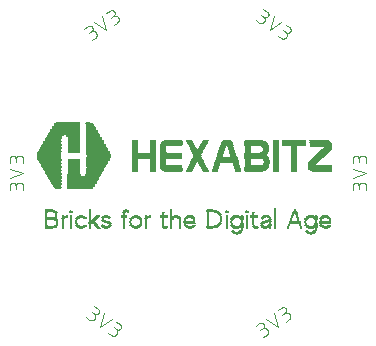
<source format=gbr>
G04 EAGLE Gerber RS-274X export*
G75*
%MOMM*%
%FSLAX34Y34*%
%LPD*%
%INSilkscreen Top*%
%IPPOS*%
%AMOC8*
5,1,8,0,0,1.08239X$1,22.5*%
G01*
%ADD10C,0.101600*%
%ADD11R,0.345438X0.020319*%
%ADD12R,1.950719X0.020319*%
%ADD13R,0.467356X0.020319*%
%ADD14R,2.072637X0.020319*%
%ADD15R,0.508000X0.020319*%
%ADD16R,2.113281X0.020319*%
%ADD17R,0.528319X0.020319*%
%ADD18R,2.133600X0.020319*%
%ADD19R,0.568956X0.020319*%
%ADD20R,2.174238X0.020319*%
%ADD21R,0.589275X0.020319*%
%ADD22R,2.194556X0.020319*%
%ADD23R,0.609600X0.020319*%
%ADD24R,2.214881X0.020319*%
%ADD25R,0.629919X0.020319*%
%ADD26R,2.235200X0.020319*%
%ADD27R,0.650238X0.020319*%
%ADD28R,2.255519X0.020319*%
%ADD29R,0.670556X0.020319*%
%ADD30R,2.275838X0.020319*%
%ADD31R,0.690875X0.020319*%
%ADD32R,2.296156X0.020319*%
%ADD33R,2.316481X0.020319*%
%ADD34R,0.711200X0.020319*%
%ADD35R,2.336800X0.020319*%
%ADD36R,0.731519X0.020319*%
%ADD37R,0.751838X0.020319*%
%ADD38R,2.357119X0.020319*%
%ADD39R,0.772156X0.020319*%
%ADD40R,2.377438X0.020319*%
%ADD41R,0.792475X0.020319*%
%ADD42R,2.397756X0.020319*%
%ADD43R,2.418081X0.020319*%
%ADD44R,0.812800X0.020319*%
%ADD45R,0.833119X0.020319*%
%ADD46R,2.438400X0.020319*%
%ADD47R,2.458719X0.020319*%
%ADD48R,0.853438X0.020319*%
%ADD49R,0.894081X0.020319*%
%ADD50R,2.479038X0.020319*%
%ADD51R,2.499356X0.020319*%
%ADD52R,0.914400X0.020319*%
%ADD53R,0.934719X0.020319*%
%ADD54R,2.519681X0.020319*%
%ADD55R,0.955038X0.020319*%
%ADD56R,2.540000X0.020319*%
%ADD57R,0.975363X0.020319*%
%ADD58R,2.560319X0.020319*%
%ADD59R,2.580637X0.020319*%
%ADD60R,0.995681X0.020319*%
%ADD61R,2.600956X0.020319*%
%ADD62R,1.016000X0.020319*%
%ADD63R,2.621281X0.020319*%
%ADD64R,1.036319X0.020319*%
%ADD65R,2.641600X0.020319*%
%ADD66R,1.056638X0.020319*%
%ADD67R,2.661919X0.020319*%
%ADD68R,1.076963X0.020319*%
%ADD69R,1.097281X0.020319*%
%ADD70R,1.117600X0.020319*%
%ADD71R,2.682238X0.020319*%
%ADD72R,2.702556X0.020319*%
%ADD73R,1.137919X0.020319*%
%ADD74R,2.722881X0.020319*%
%ADD75R,2.743200X0.020319*%
%ADD76R,1.158238X0.020319*%
%ADD77R,1.280156X0.020319*%
%ADD78R,1.341119X0.020319*%
%ADD79R,1.178556X0.020319*%
%ADD80R,1.259838X0.020319*%
%ADD81R,1.219200X0.020319*%
%ADD82R,1.300481X0.020319*%
%ADD83R,1.300475X0.020319*%
%ADD84R,1.198875X0.020319*%
%ADD85R,1.239519X0.020319*%
%ADD86R,1.076956X0.020319*%
%ADD87R,1.320800X0.020319*%
%ADD88R,1.361438X0.020319*%
%ADD89R,1.381756X0.020319*%
%ADD90R,1.402075X0.020319*%
%ADD91R,1.422400X0.020319*%
%ADD92R,1.564638X0.020319*%
%ADD93R,0.548638X0.020319*%
%ADD94R,1.544319X0.020319*%
%ADD95R,1.666238X0.020319*%
%ADD96R,1.645919X0.020319*%
%ADD97R,1.747519X0.020319*%
%ADD98R,1.442719X0.020319*%
%ADD99R,1.686556X0.020319*%
%ADD100R,1.727200X0.020319*%
%ADD101R,1.808475X0.020319*%
%ADD102R,1.463037X0.020319*%
%ADD103R,1.706875X0.020319*%
%ADD104R,0.568963X0.020319*%
%ADD105R,1.828800X0.020319*%
%ADD106R,1.788156X0.020319*%
%ADD107R,1.849119X0.020319*%
%ADD108R,1.483356X0.020319*%
%ADD109R,0.589281X0.020319*%
%ADD110R,1.889756X0.020319*%
%ADD111R,1.767838X0.020319*%
%ADD112R,1.910075X0.020319*%
%ADD113R,1.503675X0.020319*%
%ADD114R,1.930400X0.020319*%
%ADD115R,1.524000X0.020319*%
%ADD116R,1.971037X0.020319*%
%ADD117R,1.991356X0.020319*%
%ADD118R,1.869438X0.020319*%
%ADD119R,1.584956X0.020319*%
%ADD120R,2.011675X0.020319*%
%ADD121R,1.605275X0.020319*%
%ADD122R,2.032000X0.020319*%
%ADD123R,1.625600X0.020319*%
%ADD124R,2.052319X0.020319*%
%ADD125R,0.690881X0.020319*%
%ADD126R,2.092956X0.020319*%
%ADD127R,0.772163X0.020319*%
%ADD128R,2.011681X0.020319*%
%ADD129R,1.910081X0.020319*%
%ADD130R,0.873756X0.020319*%
%ADD131R,1.889763X0.020319*%
%ADD132R,0.670563X0.020319*%
%ADD133R,1.808481X0.020319*%
%ADD134R,0.792481X0.020319*%
%ADD135R,2.113275X0.020319*%
%ADD136R,0.894075X0.020319*%
%ADD137R,0.487681X0.020319*%
%ADD138R,0.975356X0.020319*%
%ADD139R,1.706881X0.020319*%
%ADD140R,1.503681X0.020319*%
%ADD141R,1.605281X0.020319*%
%ADD142R,0.487675X0.020319*%
%ADD143R,0.447038X0.020319*%
%ADD144R,0.060963X0.020319*%
%ADD145R,1.402081X0.020319*%
%ADD146R,1.280163X0.020319*%
%ADD147R,1.097275X0.020319*%
%ADD148R,2.722875X0.020319*%
%ADD149R,2.621275X0.020319*%
%ADD150R,0.995675X0.020319*%
%ADD151R,2.519675X0.020319*%
%ADD152R,2.418075X0.020319*%
%ADD153R,2.316475X0.020319*%
%ADD154R,2.214875X0.020319*%
%ADD155R,2.153919X0.020319*%
%ADD156R,0.426719X0.020319*%
%ADD157R,0.386075X0.020319*%
%ADD158R,0.132075X0.033019*%
%ADD159R,0.429256X0.033019*%
%ADD160R,0.594356X0.033019*%
%ADD161R,0.693419X0.033019*%
%ADD162R,0.792475X0.033019*%
%ADD163R,0.858519X0.033019*%
%ADD164R,0.363219X0.033019*%
%ADD165R,0.264156X0.033019*%
%ADD166R,0.297175X0.033019*%
%ADD167R,0.264163X0.033019*%
%ADD168R,0.033019X0.033019*%
%ADD169R,0.231138X0.033019*%
%ADD170R,0.198119X0.033019*%
%ADD171R,0.132081X0.033019*%
%ADD172R,0.165100X0.033019*%
%ADD173R,0.396238X0.033019*%
%ADD174R,0.330200X0.033019*%
%ADD175R,0.528319X0.033019*%
%ADD176R,0.561338X0.033019*%
%ADD177R,0.759456X0.033019*%
%ADD178R,0.462275X0.033019*%
%ADD179R,0.924556X0.033019*%
%ADD180R,0.660400X0.033019*%
%ADD181R,0.627381X0.033019*%
%ADD182R,0.495300X0.033019*%
%ADD183R,0.627375X0.033019*%
%ADD184R,0.957581X0.033019*%
%ADD185R,0.726438X0.033019*%
%ADD186R,0.957575X0.033019*%
%ADD187R,0.462281X0.033019*%
%ADD188R,0.990600X0.033019*%
%ADD189R,0.792481X0.033019*%
%ADD190R,0.891538X0.033019*%
%ADD191R,1.023619X0.033019*%
%ADD192R,0.825500X0.033019*%
%ADD193R,0.066037X0.033019*%
%ADD194R,1.056638X0.033019*%
%ADD195R,0.297181X0.033019*%
%ADD196R,0.099056X0.033019*%
%ADD197R,0.099063X0.033019*%
%ADD198R,1.089662X0.033019*%
%ADD199R,0.594363X0.033019*%
%ADD200R,0.429263X0.033019*%


D10*
X403428Y475532D02*
X406086Y473670D01*
X406180Y473607D01*
X406276Y473547D01*
X406374Y473490D01*
X406474Y473437D01*
X406576Y473387D01*
X406680Y473341D01*
X406785Y473299D01*
X406891Y473260D01*
X406999Y473225D01*
X407108Y473194D01*
X407218Y473166D01*
X407329Y473143D01*
X407440Y473123D01*
X407552Y473107D01*
X407665Y473095D01*
X407778Y473087D01*
X407891Y473083D01*
X408005Y473083D01*
X408118Y473087D01*
X408231Y473095D01*
X408344Y473107D01*
X408456Y473123D01*
X408567Y473143D01*
X408678Y473166D01*
X408788Y473194D01*
X408897Y473225D01*
X409005Y473260D01*
X409111Y473299D01*
X409216Y473341D01*
X409320Y473387D01*
X409422Y473437D01*
X409522Y473490D01*
X409620Y473547D01*
X409716Y473607D01*
X409810Y473670D01*
X409901Y473737D01*
X409991Y473806D01*
X410078Y473879D01*
X410162Y473955D01*
X410243Y474034D01*
X410322Y474115D01*
X410398Y474199D01*
X410471Y474286D01*
X410540Y474376D01*
X410607Y474467D01*
X410670Y474561D01*
X410730Y474657D01*
X410787Y474755D01*
X410840Y474855D01*
X410890Y474957D01*
X410936Y475061D01*
X410978Y475166D01*
X411017Y475272D01*
X411052Y475380D01*
X411083Y475489D01*
X411111Y475599D01*
X411134Y475710D01*
X411154Y475821D01*
X411170Y475933D01*
X411182Y476046D01*
X411190Y476159D01*
X411194Y476272D01*
X411194Y476386D01*
X411190Y476499D01*
X411182Y476612D01*
X411170Y476725D01*
X411154Y476837D01*
X411134Y476948D01*
X411111Y477059D01*
X411083Y477169D01*
X411052Y477278D01*
X411017Y477386D01*
X410978Y477492D01*
X410936Y477597D01*
X410890Y477701D01*
X410840Y477803D01*
X410787Y477903D01*
X410730Y478001D01*
X410670Y478097D01*
X410607Y478191D01*
X410540Y478282D01*
X410471Y478372D01*
X410398Y478459D01*
X410322Y478543D01*
X410243Y478624D01*
X410162Y478703D01*
X410078Y478779D01*
X409991Y478852D01*
X409902Y478921D01*
X409810Y478988D01*
X413320Y482869D02*
X410129Y485103D01*
X413319Y482869D02*
X413400Y482809D01*
X413479Y482747D01*
X413556Y482681D01*
X413630Y482613D01*
X413701Y482542D01*
X413769Y482468D01*
X413835Y482391D01*
X413897Y482312D01*
X413957Y482231D01*
X414013Y482147D01*
X414066Y482062D01*
X414115Y481974D01*
X414161Y481885D01*
X414204Y481793D01*
X414243Y481700D01*
X414278Y481606D01*
X414310Y481511D01*
X414338Y481414D01*
X414362Y481316D01*
X414382Y481218D01*
X414399Y481118D01*
X414411Y481018D01*
X414420Y480918D01*
X414425Y480818D01*
X414426Y480717D01*
X414423Y480616D01*
X414416Y480516D01*
X414405Y480416D01*
X414391Y480316D01*
X414372Y480217D01*
X414350Y480119D01*
X414324Y480022D01*
X414294Y479925D01*
X414261Y479831D01*
X414224Y479737D01*
X414183Y479645D01*
X414138Y479554D01*
X414091Y479466D01*
X414039Y479379D01*
X413985Y479295D01*
X413927Y479212D01*
X413866Y479132D01*
X413802Y479054D01*
X413735Y478979D01*
X413666Y478906D01*
X413593Y478837D01*
X413518Y478770D01*
X413440Y478706D01*
X413360Y478645D01*
X413277Y478587D01*
X413193Y478533D01*
X413106Y478481D01*
X413018Y478434D01*
X412927Y478389D01*
X412835Y478348D01*
X412741Y478311D01*
X412647Y478278D01*
X412550Y478248D01*
X412453Y478222D01*
X412355Y478200D01*
X412256Y478181D01*
X412156Y478167D01*
X412056Y478156D01*
X411956Y478149D01*
X411855Y478146D01*
X411754Y478147D01*
X411654Y478152D01*
X411554Y478161D01*
X411454Y478173D01*
X411354Y478190D01*
X411256Y478210D01*
X411158Y478234D01*
X411061Y478262D01*
X410966Y478294D01*
X410872Y478329D01*
X410779Y478368D01*
X410687Y478411D01*
X410598Y478457D01*
X410510Y478506D01*
X410425Y478559D01*
X410341Y478615D01*
X408214Y480105D01*
X418960Y478919D02*
X415449Y467114D01*
X425341Y474452D01*
X422153Y462420D02*
X424812Y460558D01*
X424906Y460495D01*
X425002Y460435D01*
X425100Y460378D01*
X425200Y460325D01*
X425302Y460275D01*
X425406Y460229D01*
X425511Y460187D01*
X425617Y460148D01*
X425725Y460113D01*
X425834Y460082D01*
X425944Y460054D01*
X426055Y460031D01*
X426166Y460011D01*
X426278Y459995D01*
X426391Y459983D01*
X426504Y459975D01*
X426617Y459971D01*
X426731Y459971D01*
X426844Y459975D01*
X426957Y459983D01*
X427070Y459995D01*
X427182Y460011D01*
X427293Y460031D01*
X427404Y460054D01*
X427514Y460082D01*
X427623Y460113D01*
X427731Y460148D01*
X427837Y460187D01*
X427942Y460229D01*
X428046Y460275D01*
X428148Y460325D01*
X428248Y460378D01*
X428346Y460435D01*
X428442Y460495D01*
X428536Y460558D01*
X428627Y460625D01*
X428717Y460694D01*
X428804Y460767D01*
X428888Y460843D01*
X428969Y460922D01*
X429048Y461003D01*
X429124Y461087D01*
X429197Y461174D01*
X429266Y461264D01*
X429333Y461355D01*
X429396Y461449D01*
X429456Y461545D01*
X429513Y461643D01*
X429566Y461743D01*
X429616Y461845D01*
X429662Y461949D01*
X429704Y462054D01*
X429743Y462160D01*
X429778Y462268D01*
X429809Y462377D01*
X429837Y462487D01*
X429860Y462598D01*
X429880Y462709D01*
X429896Y462821D01*
X429908Y462934D01*
X429916Y463047D01*
X429920Y463160D01*
X429920Y463274D01*
X429916Y463387D01*
X429908Y463500D01*
X429896Y463613D01*
X429880Y463725D01*
X429860Y463836D01*
X429837Y463947D01*
X429809Y464057D01*
X429778Y464166D01*
X429743Y464274D01*
X429704Y464380D01*
X429662Y464485D01*
X429616Y464589D01*
X429566Y464691D01*
X429513Y464791D01*
X429456Y464889D01*
X429396Y464985D01*
X429333Y465079D01*
X429266Y465170D01*
X429197Y465260D01*
X429124Y465347D01*
X429048Y465431D01*
X428969Y465512D01*
X428888Y465591D01*
X428804Y465667D01*
X428717Y465740D01*
X428628Y465809D01*
X428536Y465876D01*
X432045Y469757D02*
X428855Y471991D01*
X432045Y469757D02*
X432126Y469697D01*
X432205Y469635D01*
X432282Y469569D01*
X432356Y469501D01*
X432427Y469430D01*
X432495Y469356D01*
X432561Y469279D01*
X432623Y469200D01*
X432683Y469119D01*
X432739Y469035D01*
X432792Y468950D01*
X432841Y468862D01*
X432887Y468773D01*
X432930Y468681D01*
X432969Y468588D01*
X433004Y468494D01*
X433036Y468399D01*
X433064Y468302D01*
X433088Y468204D01*
X433108Y468106D01*
X433125Y468006D01*
X433137Y467906D01*
X433146Y467806D01*
X433151Y467706D01*
X433152Y467605D01*
X433149Y467504D01*
X433142Y467404D01*
X433131Y467304D01*
X433117Y467204D01*
X433098Y467105D01*
X433076Y467007D01*
X433050Y466910D01*
X433020Y466813D01*
X432987Y466719D01*
X432950Y466625D01*
X432909Y466533D01*
X432864Y466442D01*
X432817Y466354D01*
X432765Y466267D01*
X432711Y466183D01*
X432653Y466100D01*
X432592Y466020D01*
X432528Y465942D01*
X432461Y465867D01*
X432392Y465794D01*
X432319Y465725D01*
X432244Y465658D01*
X432166Y465594D01*
X432086Y465533D01*
X432003Y465475D01*
X431919Y465421D01*
X431832Y465369D01*
X431744Y465322D01*
X431653Y465277D01*
X431561Y465236D01*
X431467Y465199D01*
X431373Y465166D01*
X431276Y465136D01*
X431179Y465110D01*
X431081Y465088D01*
X430982Y465069D01*
X430882Y465055D01*
X430782Y465044D01*
X430682Y465037D01*
X430581Y465034D01*
X430480Y465035D01*
X430380Y465040D01*
X430280Y465049D01*
X430180Y465061D01*
X430080Y465078D01*
X429982Y465098D01*
X429884Y465122D01*
X429787Y465150D01*
X429692Y465182D01*
X429598Y465217D01*
X429505Y465256D01*
X429413Y465299D01*
X429324Y465345D01*
X429236Y465394D01*
X429151Y465447D01*
X429067Y465503D01*
X426940Y466993D01*
X497242Y334770D02*
X497242Y331524D01*
X497242Y334770D02*
X497240Y334883D01*
X497234Y334996D01*
X497224Y335109D01*
X497210Y335222D01*
X497193Y335334D01*
X497171Y335445D01*
X497146Y335555D01*
X497116Y335665D01*
X497083Y335773D01*
X497046Y335880D01*
X497006Y335986D01*
X496961Y336090D01*
X496913Y336193D01*
X496862Y336294D01*
X496807Y336393D01*
X496749Y336490D01*
X496687Y336585D01*
X496622Y336678D01*
X496554Y336768D01*
X496483Y336856D01*
X496408Y336942D01*
X496331Y337025D01*
X496251Y337105D01*
X496168Y337182D01*
X496082Y337257D01*
X495994Y337328D01*
X495904Y337396D01*
X495811Y337461D01*
X495716Y337523D01*
X495619Y337581D01*
X495520Y337636D01*
X495419Y337687D01*
X495316Y337735D01*
X495212Y337780D01*
X495106Y337820D01*
X494999Y337857D01*
X494891Y337890D01*
X494781Y337920D01*
X494671Y337945D01*
X494560Y337967D01*
X494448Y337984D01*
X494335Y337998D01*
X494222Y338008D01*
X494109Y338014D01*
X493996Y338016D01*
X493883Y338014D01*
X493770Y338008D01*
X493657Y337998D01*
X493544Y337984D01*
X493432Y337967D01*
X493321Y337945D01*
X493211Y337920D01*
X493101Y337890D01*
X492993Y337857D01*
X492886Y337820D01*
X492780Y337780D01*
X492676Y337735D01*
X492573Y337687D01*
X492472Y337636D01*
X492373Y337581D01*
X492276Y337523D01*
X492181Y337461D01*
X492088Y337396D01*
X491998Y337328D01*
X491910Y337257D01*
X491824Y337182D01*
X491741Y337105D01*
X491661Y337025D01*
X491584Y336942D01*
X491509Y336856D01*
X491438Y336768D01*
X491370Y336678D01*
X491305Y336585D01*
X491243Y336490D01*
X491185Y336393D01*
X491130Y336294D01*
X491079Y336193D01*
X491031Y336090D01*
X490986Y335986D01*
X490946Y335880D01*
X490909Y335773D01*
X490876Y335665D01*
X490846Y335555D01*
X490821Y335445D01*
X490799Y335334D01*
X490782Y335222D01*
X490768Y335109D01*
X490758Y334996D01*
X490752Y334883D01*
X490750Y334770D01*
X485558Y335419D02*
X485558Y331524D01*
X485558Y335419D02*
X485560Y335520D01*
X485566Y335620D01*
X485576Y335720D01*
X485589Y335820D01*
X485607Y335919D01*
X485628Y336018D01*
X485653Y336115D01*
X485682Y336212D01*
X485715Y336307D01*
X485751Y336401D01*
X485791Y336493D01*
X485834Y336584D01*
X485881Y336673D01*
X485931Y336760D01*
X485985Y336846D01*
X486042Y336929D01*
X486102Y337009D01*
X486165Y337088D01*
X486232Y337164D01*
X486301Y337237D01*
X486373Y337307D01*
X486447Y337375D01*
X486524Y337440D01*
X486604Y337501D01*
X486686Y337560D01*
X486770Y337615D01*
X486856Y337667D01*
X486944Y337716D01*
X487034Y337761D01*
X487126Y337803D01*
X487219Y337841D01*
X487314Y337875D01*
X487409Y337906D01*
X487506Y337933D01*
X487604Y337956D01*
X487703Y337976D01*
X487803Y337991D01*
X487903Y338003D01*
X488003Y338011D01*
X488104Y338015D01*
X488204Y338015D01*
X488305Y338011D01*
X488405Y338003D01*
X488505Y337991D01*
X488605Y337976D01*
X488704Y337956D01*
X488802Y337933D01*
X488899Y337906D01*
X488994Y337875D01*
X489089Y337841D01*
X489182Y337803D01*
X489274Y337761D01*
X489364Y337716D01*
X489452Y337667D01*
X489538Y337615D01*
X489622Y337560D01*
X489704Y337501D01*
X489784Y337440D01*
X489861Y337375D01*
X489935Y337307D01*
X490007Y337237D01*
X490076Y337164D01*
X490143Y337088D01*
X490206Y337009D01*
X490266Y336929D01*
X490323Y336846D01*
X490377Y336760D01*
X490427Y336673D01*
X490474Y336584D01*
X490517Y336493D01*
X490557Y336401D01*
X490593Y336307D01*
X490626Y336212D01*
X490655Y336115D01*
X490680Y336018D01*
X490701Y335919D01*
X490719Y335820D01*
X490732Y335720D01*
X490742Y335620D01*
X490748Y335520D01*
X490750Y335419D01*
X490751Y335419D02*
X490751Y332823D01*
X485558Y342305D02*
X497242Y346200D01*
X485558Y350095D01*
X497242Y354384D02*
X497242Y357630D01*
X497240Y357743D01*
X497234Y357856D01*
X497224Y357969D01*
X497210Y358082D01*
X497193Y358194D01*
X497171Y358305D01*
X497146Y358415D01*
X497116Y358525D01*
X497083Y358633D01*
X497046Y358740D01*
X497006Y358846D01*
X496961Y358950D01*
X496913Y359053D01*
X496862Y359154D01*
X496807Y359253D01*
X496749Y359350D01*
X496687Y359445D01*
X496622Y359538D01*
X496554Y359628D01*
X496483Y359716D01*
X496408Y359802D01*
X496331Y359885D01*
X496251Y359965D01*
X496168Y360042D01*
X496082Y360117D01*
X495994Y360188D01*
X495904Y360256D01*
X495811Y360321D01*
X495716Y360383D01*
X495619Y360441D01*
X495520Y360496D01*
X495419Y360547D01*
X495316Y360595D01*
X495212Y360640D01*
X495106Y360680D01*
X494999Y360717D01*
X494891Y360750D01*
X494781Y360780D01*
X494671Y360805D01*
X494560Y360827D01*
X494448Y360844D01*
X494335Y360858D01*
X494222Y360868D01*
X494109Y360874D01*
X493996Y360876D01*
X493883Y360874D01*
X493770Y360868D01*
X493657Y360858D01*
X493544Y360844D01*
X493432Y360827D01*
X493321Y360805D01*
X493211Y360780D01*
X493101Y360750D01*
X492993Y360717D01*
X492886Y360680D01*
X492780Y360640D01*
X492676Y360595D01*
X492573Y360547D01*
X492472Y360496D01*
X492373Y360441D01*
X492276Y360383D01*
X492181Y360321D01*
X492088Y360256D01*
X491998Y360188D01*
X491910Y360117D01*
X491824Y360042D01*
X491741Y359965D01*
X491661Y359885D01*
X491584Y359802D01*
X491509Y359716D01*
X491438Y359628D01*
X491370Y359538D01*
X491305Y359445D01*
X491243Y359350D01*
X491185Y359253D01*
X491130Y359154D01*
X491079Y359053D01*
X491031Y358950D01*
X490986Y358846D01*
X490946Y358740D01*
X490909Y358633D01*
X490876Y358525D01*
X490846Y358415D01*
X490821Y358305D01*
X490799Y358194D01*
X490782Y358082D01*
X490768Y357969D01*
X490758Y357856D01*
X490752Y357743D01*
X490750Y357630D01*
X485558Y358279D02*
X485558Y354384D01*
X485558Y358279D02*
X485560Y358380D01*
X485566Y358480D01*
X485576Y358580D01*
X485589Y358680D01*
X485607Y358779D01*
X485628Y358878D01*
X485653Y358975D01*
X485682Y359072D01*
X485715Y359167D01*
X485751Y359261D01*
X485791Y359353D01*
X485834Y359444D01*
X485881Y359533D01*
X485931Y359620D01*
X485985Y359706D01*
X486042Y359789D01*
X486102Y359869D01*
X486165Y359948D01*
X486232Y360024D01*
X486301Y360097D01*
X486373Y360167D01*
X486447Y360235D01*
X486524Y360300D01*
X486604Y360361D01*
X486686Y360420D01*
X486770Y360475D01*
X486856Y360527D01*
X486944Y360576D01*
X487034Y360621D01*
X487126Y360663D01*
X487219Y360701D01*
X487314Y360735D01*
X487409Y360766D01*
X487506Y360793D01*
X487604Y360816D01*
X487703Y360836D01*
X487803Y360851D01*
X487903Y360863D01*
X488003Y360871D01*
X488104Y360875D01*
X488204Y360875D01*
X488305Y360871D01*
X488405Y360863D01*
X488505Y360851D01*
X488605Y360836D01*
X488704Y360816D01*
X488802Y360793D01*
X488899Y360766D01*
X488994Y360735D01*
X489089Y360701D01*
X489182Y360663D01*
X489274Y360621D01*
X489364Y360576D01*
X489452Y360527D01*
X489538Y360475D01*
X489622Y360420D01*
X489704Y360361D01*
X489784Y360300D01*
X489861Y360235D01*
X489935Y360167D01*
X490007Y360097D01*
X490076Y360024D01*
X490143Y359948D01*
X490206Y359869D01*
X490266Y359789D01*
X490323Y359706D01*
X490377Y359620D01*
X490427Y359533D01*
X490474Y359444D01*
X490517Y359353D01*
X490557Y359261D01*
X490593Y359167D01*
X490626Y359072D01*
X490655Y358975D01*
X490680Y358878D01*
X490701Y358779D01*
X490719Y358680D01*
X490732Y358580D01*
X490742Y358480D01*
X490748Y358380D01*
X490750Y358279D01*
X490751Y358279D02*
X490751Y355683D01*
X412788Y209159D02*
X410129Y207297D01*
X412788Y209158D02*
X412879Y209225D01*
X412969Y209294D01*
X413056Y209367D01*
X413140Y209443D01*
X413221Y209522D01*
X413300Y209603D01*
X413376Y209687D01*
X413449Y209774D01*
X413518Y209864D01*
X413585Y209955D01*
X413648Y210049D01*
X413708Y210145D01*
X413765Y210243D01*
X413818Y210343D01*
X413868Y210445D01*
X413914Y210549D01*
X413956Y210654D01*
X413995Y210760D01*
X414030Y210868D01*
X414061Y210977D01*
X414089Y211087D01*
X414112Y211198D01*
X414132Y211309D01*
X414148Y211421D01*
X414160Y211534D01*
X414168Y211647D01*
X414172Y211760D01*
X414172Y211874D01*
X414168Y211987D01*
X414160Y212100D01*
X414148Y212213D01*
X414132Y212325D01*
X414112Y212436D01*
X414089Y212547D01*
X414061Y212657D01*
X414030Y212766D01*
X413995Y212874D01*
X413956Y212980D01*
X413914Y213085D01*
X413868Y213189D01*
X413818Y213291D01*
X413765Y213391D01*
X413708Y213489D01*
X413648Y213585D01*
X413585Y213679D01*
X413518Y213770D01*
X413449Y213860D01*
X413376Y213947D01*
X413300Y214031D01*
X413221Y214112D01*
X413140Y214191D01*
X413056Y214267D01*
X412969Y214340D01*
X412880Y214409D01*
X412788Y214476D01*
X412694Y214539D01*
X412598Y214599D01*
X412500Y214656D01*
X412400Y214709D01*
X412298Y214759D01*
X412194Y214805D01*
X412089Y214847D01*
X411983Y214886D01*
X411875Y214921D01*
X411766Y214952D01*
X411656Y214980D01*
X411545Y215003D01*
X411434Y215023D01*
X411322Y215039D01*
X411209Y215051D01*
X411096Y215059D01*
X410983Y215063D01*
X410869Y215063D01*
X410756Y215059D01*
X410643Y215051D01*
X410530Y215039D01*
X410418Y215023D01*
X410307Y215003D01*
X410196Y214980D01*
X410086Y214952D01*
X409977Y214921D01*
X409869Y214886D01*
X409763Y214847D01*
X409658Y214805D01*
X409554Y214759D01*
X409452Y214709D01*
X409352Y214656D01*
X409254Y214599D01*
X409158Y214539D01*
X409064Y214476D01*
X406618Y219102D02*
X403428Y216868D01*
X406618Y219102D02*
X406702Y219158D01*
X406787Y219211D01*
X406875Y219260D01*
X406964Y219306D01*
X407056Y219349D01*
X407149Y219388D01*
X407243Y219423D01*
X407338Y219455D01*
X407435Y219483D01*
X407533Y219507D01*
X407631Y219527D01*
X407731Y219544D01*
X407831Y219556D01*
X407931Y219565D01*
X408032Y219570D01*
X408132Y219571D01*
X408233Y219568D01*
X408333Y219561D01*
X408433Y219550D01*
X408533Y219536D01*
X408632Y219517D01*
X408730Y219495D01*
X408827Y219469D01*
X408924Y219439D01*
X409019Y219406D01*
X409112Y219369D01*
X409204Y219328D01*
X409295Y219283D01*
X409383Y219236D01*
X409470Y219184D01*
X409554Y219130D01*
X409637Y219072D01*
X409717Y219011D01*
X409795Y218947D01*
X409870Y218880D01*
X409943Y218811D01*
X410012Y218738D01*
X410079Y218663D01*
X410143Y218585D01*
X410204Y218505D01*
X410262Y218422D01*
X410316Y218338D01*
X410368Y218251D01*
X410415Y218163D01*
X410460Y218072D01*
X410501Y217980D01*
X410538Y217886D01*
X410571Y217792D01*
X410601Y217695D01*
X410627Y217598D01*
X410649Y217500D01*
X410668Y217401D01*
X410682Y217301D01*
X410693Y217201D01*
X410700Y217101D01*
X410703Y217000D01*
X410702Y216900D01*
X410697Y216799D01*
X410688Y216699D01*
X410676Y216599D01*
X410659Y216499D01*
X410639Y216401D01*
X410615Y216303D01*
X410587Y216206D01*
X410555Y216111D01*
X410520Y216017D01*
X410481Y215924D01*
X410438Y215832D01*
X410392Y215743D01*
X410343Y215655D01*
X410290Y215570D01*
X410234Y215486D01*
X410174Y215405D01*
X410112Y215326D01*
X410046Y215249D01*
X409978Y215175D01*
X409907Y215104D01*
X409833Y215036D01*
X409756Y214970D01*
X409677Y214908D01*
X409596Y214848D01*
X407470Y213359D01*
X412259Y223052D02*
X422151Y215714D01*
X418639Y227519D01*
X428855Y220409D02*
X431514Y222270D01*
X431605Y222337D01*
X431695Y222406D01*
X431782Y222479D01*
X431866Y222555D01*
X431947Y222634D01*
X432026Y222715D01*
X432102Y222799D01*
X432175Y222886D01*
X432244Y222976D01*
X432311Y223067D01*
X432374Y223161D01*
X432434Y223257D01*
X432491Y223355D01*
X432544Y223455D01*
X432594Y223557D01*
X432640Y223661D01*
X432682Y223766D01*
X432721Y223872D01*
X432756Y223980D01*
X432787Y224089D01*
X432815Y224199D01*
X432838Y224310D01*
X432858Y224421D01*
X432874Y224533D01*
X432886Y224646D01*
X432894Y224759D01*
X432898Y224872D01*
X432898Y224986D01*
X432894Y225099D01*
X432886Y225212D01*
X432874Y225325D01*
X432858Y225437D01*
X432838Y225548D01*
X432815Y225659D01*
X432787Y225769D01*
X432756Y225878D01*
X432721Y225986D01*
X432682Y226092D01*
X432640Y226197D01*
X432594Y226301D01*
X432544Y226403D01*
X432491Y226503D01*
X432434Y226601D01*
X432374Y226697D01*
X432311Y226791D01*
X432244Y226882D01*
X432175Y226972D01*
X432102Y227059D01*
X432026Y227143D01*
X431947Y227224D01*
X431866Y227303D01*
X431782Y227379D01*
X431695Y227452D01*
X431606Y227521D01*
X431514Y227588D01*
X431420Y227651D01*
X431324Y227711D01*
X431226Y227768D01*
X431126Y227821D01*
X431024Y227871D01*
X430920Y227917D01*
X430815Y227959D01*
X430709Y227998D01*
X430601Y228033D01*
X430492Y228064D01*
X430382Y228092D01*
X430271Y228115D01*
X430160Y228135D01*
X430048Y228151D01*
X429935Y228163D01*
X429822Y228171D01*
X429709Y228175D01*
X429595Y228175D01*
X429482Y228171D01*
X429369Y228163D01*
X429256Y228151D01*
X429144Y228135D01*
X429033Y228115D01*
X428922Y228092D01*
X428812Y228064D01*
X428703Y228033D01*
X428595Y227998D01*
X428489Y227959D01*
X428384Y227917D01*
X428280Y227871D01*
X428178Y227821D01*
X428078Y227768D01*
X427980Y227711D01*
X427884Y227651D01*
X427790Y227588D01*
X425344Y232214D02*
X422153Y229980D01*
X425344Y232214D02*
X425428Y232270D01*
X425513Y232323D01*
X425601Y232372D01*
X425690Y232418D01*
X425782Y232461D01*
X425875Y232500D01*
X425969Y232535D01*
X426064Y232567D01*
X426161Y232595D01*
X426259Y232619D01*
X426357Y232639D01*
X426457Y232656D01*
X426557Y232668D01*
X426657Y232677D01*
X426758Y232682D01*
X426858Y232683D01*
X426959Y232680D01*
X427059Y232673D01*
X427159Y232662D01*
X427259Y232648D01*
X427358Y232629D01*
X427456Y232607D01*
X427553Y232581D01*
X427650Y232551D01*
X427745Y232518D01*
X427838Y232481D01*
X427930Y232440D01*
X428021Y232395D01*
X428109Y232348D01*
X428196Y232296D01*
X428280Y232242D01*
X428363Y232184D01*
X428443Y232123D01*
X428521Y232059D01*
X428596Y231992D01*
X428669Y231923D01*
X428738Y231850D01*
X428805Y231775D01*
X428869Y231697D01*
X428930Y231617D01*
X428988Y231534D01*
X429042Y231450D01*
X429094Y231363D01*
X429141Y231275D01*
X429186Y231184D01*
X429227Y231092D01*
X429264Y230998D01*
X429297Y230904D01*
X429327Y230807D01*
X429353Y230710D01*
X429375Y230612D01*
X429394Y230513D01*
X429408Y230413D01*
X429419Y230313D01*
X429426Y230213D01*
X429429Y230112D01*
X429428Y230012D01*
X429423Y229911D01*
X429414Y229811D01*
X429402Y229711D01*
X429385Y229611D01*
X429365Y229513D01*
X429341Y229415D01*
X429313Y229318D01*
X429281Y229223D01*
X429246Y229129D01*
X429207Y229036D01*
X429164Y228944D01*
X429118Y228855D01*
X429069Y228767D01*
X429016Y228682D01*
X428960Y228598D01*
X428900Y228517D01*
X428838Y228438D01*
X428772Y228361D01*
X428704Y228287D01*
X428633Y228216D01*
X428559Y228148D01*
X428482Y228082D01*
X428403Y228020D01*
X428322Y227960D01*
X426195Y226471D01*
X206842Y331524D02*
X206842Y334770D01*
X206840Y334883D01*
X206834Y334996D01*
X206824Y335109D01*
X206810Y335222D01*
X206793Y335334D01*
X206771Y335445D01*
X206746Y335555D01*
X206716Y335665D01*
X206683Y335773D01*
X206646Y335880D01*
X206606Y335986D01*
X206561Y336090D01*
X206513Y336193D01*
X206462Y336294D01*
X206407Y336393D01*
X206349Y336490D01*
X206287Y336585D01*
X206222Y336678D01*
X206154Y336768D01*
X206083Y336856D01*
X206008Y336942D01*
X205931Y337025D01*
X205851Y337105D01*
X205768Y337182D01*
X205682Y337257D01*
X205594Y337328D01*
X205504Y337396D01*
X205411Y337461D01*
X205316Y337523D01*
X205219Y337581D01*
X205120Y337636D01*
X205019Y337687D01*
X204916Y337735D01*
X204812Y337780D01*
X204706Y337820D01*
X204599Y337857D01*
X204491Y337890D01*
X204381Y337920D01*
X204271Y337945D01*
X204160Y337967D01*
X204048Y337984D01*
X203935Y337998D01*
X203822Y338008D01*
X203709Y338014D01*
X203596Y338016D01*
X203483Y338014D01*
X203370Y338008D01*
X203257Y337998D01*
X203144Y337984D01*
X203032Y337967D01*
X202921Y337945D01*
X202811Y337920D01*
X202701Y337890D01*
X202593Y337857D01*
X202486Y337820D01*
X202380Y337780D01*
X202276Y337735D01*
X202173Y337687D01*
X202072Y337636D01*
X201973Y337581D01*
X201876Y337523D01*
X201781Y337461D01*
X201688Y337396D01*
X201598Y337328D01*
X201510Y337257D01*
X201424Y337182D01*
X201341Y337105D01*
X201261Y337025D01*
X201184Y336942D01*
X201109Y336856D01*
X201038Y336768D01*
X200970Y336678D01*
X200905Y336585D01*
X200843Y336490D01*
X200785Y336393D01*
X200730Y336294D01*
X200679Y336193D01*
X200631Y336090D01*
X200586Y335986D01*
X200546Y335880D01*
X200509Y335773D01*
X200476Y335665D01*
X200446Y335555D01*
X200421Y335445D01*
X200399Y335334D01*
X200382Y335222D01*
X200368Y335109D01*
X200358Y334996D01*
X200352Y334883D01*
X200350Y334770D01*
X195158Y335419D02*
X195158Y331524D01*
X195158Y335419D02*
X195160Y335520D01*
X195166Y335620D01*
X195176Y335720D01*
X195189Y335820D01*
X195207Y335919D01*
X195228Y336018D01*
X195253Y336115D01*
X195282Y336212D01*
X195315Y336307D01*
X195351Y336401D01*
X195391Y336493D01*
X195434Y336584D01*
X195481Y336673D01*
X195531Y336760D01*
X195585Y336846D01*
X195642Y336929D01*
X195702Y337009D01*
X195765Y337088D01*
X195832Y337164D01*
X195901Y337237D01*
X195973Y337307D01*
X196047Y337375D01*
X196124Y337440D01*
X196204Y337501D01*
X196286Y337560D01*
X196370Y337615D01*
X196456Y337667D01*
X196544Y337716D01*
X196634Y337761D01*
X196726Y337803D01*
X196819Y337841D01*
X196914Y337875D01*
X197009Y337906D01*
X197106Y337933D01*
X197204Y337956D01*
X197303Y337976D01*
X197403Y337991D01*
X197503Y338003D01*
X197603Y338011D01*
X197704Y338015D01*
X197804Y338015D01*
X197905Y338011D01*
X198005Y338003D01*
X198105Y337991D01*
X198205Y337976D01*
X198304Y337956D01*
X198402Y337933D01*
X198499Y337906D01*
X198594Y337875D01*
X198689Y337841D01*
X198782Y337803D01*
X198874Y337761D01*
X198964Y337716D01*
X199052Y337667D01*
X199138Y337615D01*
X199222Y337560D01*
X199304Y337501D01*
X199384Y337440D01*
X199461Y337375D01*
X199535Y337307D01*
X199607Y337237D01*
X199676Y337164D01*
X199743Y337088D01*
X199806Y337009D01*
X199866Y336929D01*
X199923Y336846D01*
X199977Y336760D01*
X200027Y336673D01*
X200074Y336584D01*
X200117Y336493D01*
X200157Y336401D01*
X200193Y336307D01*
X200226Y336212D01*
X200255Y336115D01*
X200280Y336018D01*
X200301Y335919D01*
X200319Y335820D01*
X200332Y335720D01*
X200342Y335620D01*
X200348Y335520D01*
X200350Y335419D01*
X200351Y335419D02*
X200351Y332823D01*
X195158Y342305D02*
X206842Y346200D01*
X195158Y350095D01*
X206842Y354384D02*
X206842Y357630D01*
X206840Y357743D01*
X206834Y357856D01*
X206824Y357969D01*
X206810Y358082D01*
X206793Y358194D01*
X206771Y358305D01*
X206746Y358415D01*
X206716Y358525D01*
X206683Y358633D01*
X206646Y358740D01*
X206606Y358846D01*
X206561Y358950D01*
X206513Y359053D01*
X206462Y359154D01*
X206407Y359253D01*
X206349Y359350D01*
X206287Y359445D01*
X206222Y359538D01*
X206154Y359628D01*
X206083Y359716D01*
X206008Y359802D01*
X205931Y359885D01*
X205851Y359965D01*
X205768Y360042D01*
X205682Y360117D01*
X205594Y360188D01*
X205504Y360256D01*
X205411Y360321D01*
X205316Y360383D01*
X205219Y360441D01*
X205120Y360496D01*
X205019Y360547D01*
X204916Y360595D01*
X204812Y360640D01*
X204706Y360680D01*
X204599Y360717D01*
X204491Y360750D01*
X204381Y360780D01*
X204271Y360805D01*
X204160Y360827D01*
X204048Y360844D01*
X203935Y360858D01*
X203822Y360868D01*
X203709Y360874D01*
X203596Y360876D01*
X203483Y360874D01*
X203370Y360868D01*
X203257Y360858D01*
X203144Y360844D01*
X203032Y360827D01*
X202921Y360805D01*
X202811Y360780D01*
X202701Y360750D01*
X202593Y360717D01*
X202486Y360680D01*
X202380Y360640D01*
X202276Y360595D01*
X202173Y360547D01*
X202072Y360496D01*
X201973Y360441D01*
X201876Y360383D01*
X201781Y360321D01*
X201688Y360256D01*
X201598Y360188D01*
X201510Y360117D01*
X201424Y360042D01*
X201341Y359965D01*
X201261Y359885D01*
X201184Y359802D01*
X201109Y359716D01*
X201038Y359628D01*
X200970Y359538D01*
X200905Y359445D01*
X200843Y359350D01*
X200785Y359253D01*
X200730Y359154D01*
X200679Y359053D01*
X200631Y358950D01*
X200586Y358846D01*
X200546Y358740D01*
X200509Y358633D01*
X200476Y358525D01*
X200446Y358415D01*
X200421Y358305D01*
X200399Y358194D01*
X200382Y358082D01*
X200368Y357969D01*
X200358Y357856D01*
X200352Y357743D01*
X200350Y357630D01*
X195158Y358279D02*
X195158Y354384D01*
X195158Y358279D02*
X195160Y358380D01*
X195166Y358480D01*
X195176Y358580D01*
X195189Y358680D01*
X195207Y358779D01*
X195228Y358878D01*
X195253Y358975D01*
X195282Y359072D01*
X195315Y359167D01*
X195351Y359261D01*
X195391Y359353D01*
X195434Y359444D01*
X195481Y359533D01*
X195531Y359620D01*
X195585Y359706D01*
X195642Y359789D01*
X195702Y359869D01*
X195765Y359948D01*
X195832Y360024D01*
X195901Y360097D01*
X195973Y360167D01*
X196047Y360235D01*
X196124Y360300D01*
X196204Y360361D01*
X196286Y360420D01*
X196370Y360475D01*
X196456Y360527D01*
X196544Y360576D01*
X196634Y360621D01*
X196726Y360663D01*
X196819Y360701D01*
X196914Y360735D01*
X197009Y360766D01*
X197106Y360793D01*
X197204Y360816D01*
X197303Y360836D01*
X197403Y360851D01*
X197503Y360863D01*
X197603Y360871D01*
X197704Y360875D01*
X197804Y360875D01*
X197905Y360871D01*
X198005Y360863D01*
X198105Y360851D01*
X198205Y360836D01*
X198304Y360816D01*
X198402Y360793D01*
X198499Y360766D01*
X198594Y360735D01*
X198689Y360701D01*
X198782Y360663D01*
X198874Y360621D01*
X198964Y360576D01*
X199052Y360527D01*
X199138Y360475D01*
X199222Y360420D01*
X199304Y360361D01*
X199384Y360300D01*
X199461Y360235D01*
X199535Y360167D01*
X199607Y360097D01*
X199676Y360024D01*
X199743Y359948D01*
X199806Y359869D01*
X199866Y359789D01*
X199923Y359706D01*
X199977Y359620D01*
X200027Y359533D01*
X200074Y359444D01*
X200117Y359353D01*
X200157Y359261D01*
X200193Y359167D01*
X200226Y359072D01*
X200255Y358975D01*
X200280Y358878D01*
X200301Y358779D01*
X200319Y358680D01*
X200332Y358580D01*
X200342Y358480D01*
X200348Y358380D01*
X200350Y358279D01*
X200351Y358279D02*
X200351Y355683D01*
X264929Y458697D02*
X267588Y460559D01*
X267588Y460558D02*
X267679Y460625D01*
X267769Y460694D01*
X267856Y460767D01*
X267940Y460843D01*
X268021Y460922D01*
X268100Y461003D01*
X268176Y461087D01*
X268249Y461174D01*
X268318Y461264D01*
X268385Y461355D01*
X268448Y461449D01*
X268508Y461545D01*
X268565Y461643D01*
X268618Y461743D01*
X268668Y461845D01*
X268714Y461949D01*
X268756Y462054D01*
X268795Y462160D01*
X268830Y462268D01*
X268861Y462377D01*
X268889Y462487D01*
X268912Y462598D01*
X268932Y462709D01*
X268948Y462821D01*
X268960Y462934D01*
X268968Y463047D01*
X268972Y463160D01*
X268972Y463274D01*
X268968Y463387D01*
X268960Y463500D01*
X268948Y463613D01*
X268932Y463725D01*
X268912Y463836D01*
X268889Y463947D01*
X268861Y464057D01*
X268830Y464166D01*
X268795Y464274D01*
X268756Y464380D01*
X268714Y464485D01*
X268668Y464589D01*
X268618Y464691D01*
X268565Y464791D01*
X268508Y464889D01*
X268448Y464985D01*
X268385Y465079D01*
X268318Y465170D01*
X268249Y465260D01*
X268176Y465347D01*
X268100Y465431D01*
X268021Y465512D01*
X267940Y465591D01*
X267856Y465667D01*
X267769Y465740D01*
X267680Y465809D01*
X267588Y465876D01*
X267494Y465939D01*
X267398Y465999D01*
X267300Y466056D01*
X267200Y466109D01*
X267098Y466159D01*
X266994Y466205D01*
X266889Y466247D01*
X266783Y466286D01*
X266675Y466321D01*
X266566Y466352D01*
X266456Y466380D01*
X266345Y466403D01*
X266234Y466423D01*
X266122Y466439D01*
X266009Y466451D01*
X265896Y466459D01*
X265783Y466463D01*
X265669Y466463D01*
X265556Y466459D01*
X265443Y466451D01*
X265330Y466439D01*
X265218Y466423D01*
X265107Y466403D01*
X264996Y466380D01*
X264886Y466352D01*
X264777Y466321D01*
X264669Y466286D01*
X264563Y466247D01*
X264458Y466205D01*
X264354Y466159D01*
X264252Y466109D01*
X264152Y466056D01*
X264054Y465999D01*
X263958Y465939D01*
X263864Y465876D01*
X261418Y470502D02*
X258228Y468268D01*
X261418Y470502D02*
X261502Y470558D01*
X261587Y470611D01*
X261675Y470660D01*
X261764Y470706D01*
X261856Y470749D01*
X261949Y470788D01*
X262043Y470823D01*
X262138Y470855D01*
X262235Y470883D01*
X262333Y470907D01*
X262431Y470927D01*
X262531Y470944D01*
X262631Y470956D01*
X262731Y470965D01*
X262832Y470970D01*
X262932Y470971D01*
X263033Y470968D01*
X263133Y470961D01*
X263233Y470950D01*
X263333Y470936D01*
X263432Y470917D01*
X263530Y470895D01*
X263627Y470869D01*
X263724Y470839D01*
X263819Y470806D01*
X263912Y470769D01*
X264004Y470728D01*
X264095Y470683D01*
X264183Y470636D01*
X264270Y470584D01*
X264354Y470530D01*
X264437Y470472D01*
X264517Y470411D01*
X264595Y470347D01*
X264670Y470280D01*
X264743Y470211D01*
X264812Y470138D01*
X264879Y470063D01*
X264943Y469985D01*
X265004Y469905D01*
X265062Y469822D01*
X265116Y469738D01*
X265168Y469651D01*
X265215Y469563D01*
X265260Y469472D01*
X265301Y469380D01*
X265338Y469286D01*
X265371Y469192D01*
X265401Y469095D01*
X265427Y468998D01*
X265449Y468900D01*
X265468Y468801D01*
X265482Y468701D01*
X265493Y468601D01*
X265500Y468501D01*
X265503Y468400D01*
X265502Y468300D01*
X265497Y468199D01*
X265488Y468099D01*
X265476Y467999D01*
X265459Y467899D01*
X265439Y467801D01*
X265415Y467703D01*
X265387Y467606D01*
X265355Y467511D01*
X265320Y467417D01*
X265281Y467324D01*
X265238Y467232D01*
X265192Y467143D01*
X265143Y467055D01*
X265090Y466970D01*
X265034Y466886D01*
X264974Y466805D01*
X264912Y466726D01*
X264846Y466649D01*
X264778Y466575D01*
X264707Y466504D01*
X264633Y466436D01*
X264556Y466370D01*
X264477Y466308D01*
X264396Y466248D01*
X262270Y464759D01*
X267059Y474452D02*
X276951Y467114D01*
X273439Y478919D01*
X283655Y471809D02*
X286314Y473670D01*
X286405Y473737D01*
X286495Y473806D01*
X286582Y473879D01*
X286666Y473955D01*
X286747Y474034D01*
X286826Y474115D01*
X286902Y474199D01*
X286975Y474286D01*
X287044Y474376D01*
X287111Y474467D01*
X287174Y474561D01*
X287234Y474657D01*
X287291Y474755D01*
X287344Y474855D01*
X287394Y474957D01*
X287440Y475061D01*
X287482Y475166D01*
X287521Y475272D01*
X287556Y475380D01*
X287587Y475489D01*
X287615Y475599D01*
X287638Y475710D01*
X287658Y475821D01*
X287674Y475933D01*
X287686Y476046D01*
X287694Y476159D01*
X287698Y476272D01*
X287698Y476386D01*
X287694Y476499D01*
X287686Y476612D01*
X287674Y476725D01*
X287658Y476837D01*
X287638Y476948D01*
X287615Y477059D01*
X287587Y477169D01*
X287556Y477278D01*
X287521Y477386D01*
X287482Y477492D01*
X287440Y477597D01*
X287394Y477701D01*
X287344Y477803D01*
X287291Y477903D01*
X287234Y478001D01*
X287174Y478097D01*
X287111Y478191D01*
X287044Y478282D01*
X286975Y478372D01*
X286902Y478459D01*
X286826Y478543D01*
X286747Y478624D01*
X286666Y478703D01*
X286582Y478779D01*
X286495Y478852D01*
X286406Y478921D01*
X286314Y478988D01*
X286220Y479051D01*
X286124Y479111D01*
X286026Y479168D01*
X285926Y479221D01*
X285824Y479271D01*
X285720Y479317D01*
X285615Y479359D01*
X285509Y479398D01*
X285401Y479433D01*
X285292Y479464D01*
X285182Y479492D01*
X285071Y479515D01*
X284960Y479535D01*
X284848Y479551D01*
X284735Y479563D01*
X284622Y479571D01*
X284509Y479575D01*
X284395Y479575D01*
X284282Y479571D01*
X284169Y479563D01*
X284056Y479551D01*
X283944Y479535D01*
X283833Y479515D01*
X283722Y479492D01*
X283612Y479464D01*
X283503Y479433D01*
X283395Y479398D01*
X283289Y479359D01*
X283184Y479317D01*
X283080Y479271D01*
X282978Y479221D01*
X282878Y479168D01*
X282780Y479111D01*
X282684Y479051D01*
X282590Y478988D01*
X280144Y483614D02*
X276953Y481380D01*
X280144Y483614D02*
X280228Y483670D01*
X280313Y483723D01*
X280401Y483772D01*
X280490Y483818D01*
X280582Y483861D01*
X280675Y483900D01*
X280769Y483935D01*
X280864Y483967D01*
X280961Y483995D01*
X281059Y484019D01*
X281157Y484039D01*
X281257Y484056D01*
X281357Y484068D01*
X281457Y484077D01*
X281558Y484082D01*
X281658Y484083D01*
X281759Y484080D01*
X281859Y484073D01*
X281959Y484062D01*
X282059Y484048D01*
X282158Y484029D01*
X282256Y484007D01*
X282353Y483981D01*
X282450Y483951D01*
X282545Y483918D01*
X282638Y483881D01*
X282730Y483840D01*
X282821Y483795D01*
X282909Y483748D01*
X282996Y483696D01*
X283080Y483642D01*
X283163Y483584D01*
X283243Y483523D01*
X283321Y483459D01*
X283396Y483392D01*
X283469Y483323D01*
X283538Y483250D01*
X283605Y483175D01*
X283669Y483097D01*
X283730Y483017D01*
X283788Y482934D01*
X283842Y482850D01*
X283894Y482763D01*
X283941Y482675D01*
X283986Y482584D01*
X284027Y482492D01*
X284064Y482398D01*
X284097Y482304D01*
X284127Y482207D01*
X284153Y482110D01*
X284175Y482012D01*
X284194Y481913D01*
X284208Y481813D01*
X284219Y481713D01*
X284226Y481613D01*
X284229Y481512D01*
X284228Y481412D01*
X284223Y481311D01*
X284214Y481211D01*
X284202Y481111D01*
X284185Y481011D01*
X284165Y480913D01*
X284141Y480815D01*
X284113Y480718D01*
X284081Y480623D01*
X284046Y480529D01*
X284007Y480436D01*
X283964Y480344D01*
X283918Y480255D01*
X283869Y480167D01*
X283816Y480082D01*
X283760Y479998D01*
X283700Y479917D01*
X283638Y479838D01*
X283572Y479761D01*
X283504Y479687D01*
X283433Y479616D01*
X283359Y479548D01*
X283282Y479482D01*
X283203Y479420D01*
X283122Y479360D01*
X280995Y477871D01*
X259918Y224072D02*
X262576Y222210D01*
X262670Y222147D01*
X262766Y222087D01*
X262864Y222030D01*
X262964Y221977D01*
X263066Y221927D01*
X263170Y221881D01*
X263275Y221839D01*
X263381Y221800D01*
X263489Y221765D01*
X263598Y221734D01*
X263708Y221706D01*
X263819Y221683D01*
X263930Y221663D01*
X264042Y221647D01*
X264155Y221635D01*
X264268Y221627D01*
X264381Y221623D01*
X264495Y221623D01*
X264608Y221627D01*
X264721Y221635D01*
X264834Y221647D01*
X264946Y221663D01*
X265057Y221683D01*
X265168Y221706D01*
X265278Y221734D01*
X265387Y221765D01*
X265495Y221800D01*
X265601Y221839D01*
X265706Y221881D01*
X265810Y221927D01*
X265912Y221977D01*
X266012Y222030D01*
X266110Y222087D01*
X266206Y222147D01*
X266300Y222210D01*
X266391Y222277D01*
X266481Y222346D01*
X266568Y222419D01*
X266652Y222495D01*
X266733Y222574D01*
X266812Y222655D01*
X266888Y222739D01*
X266961Y222826D01*
X267030Y222916D01*
X267097Y223007D01*
X267160Y223101D01*
X267220Y223197D01*
X267277Y223295D01*
X267330Y223395D01*
X267380Y223497D01*
X267426Y223601D01*
X267468Y223706D01*
X267507Y223812D01*
X267542Y223920D01*
X267573Y224029D01*
X267601Y224139D01*
X267624Y224250D01*
X267644Y224361D01*
X267660Y224473D01*
X267672Y224586D01*
X267680Y224699D01*
X267684Y224812D01*
X267684Y224926D01*
X267680Y225039D01*
X267672Y225152D01*
X267660Y225265D01*
X267644Y225377D01*
X267624Y225488D01*
X267601Y225599D01*
X267573Y225709D01*
X267542Y225818D01*
X267507Y225926D01*
X267468Y226032D01*
X267426Y226137D01*
X267380Y226241D01*
X267330Y226343D01*
X267277Y226443D01*
X267220Y226541D01*
X267160Y226637D01*
X267097Y226731D01*
X267030Y226822D01*
X266961Y226912D01*
X266888Y226999D01*
X266812Y227083D01*
X266733Y227164D01*
X266652Y227243D01*
X266568Y227319D01*
X266481Y227392D01*
X266392Y227461D01*
X266300Y227528D01*
X269810Y231409D02*
X266619Y233643D01*
X269809Y231409D02*
X269890Y231349D01*
X269969Y231287D01*
X270046Y231221D01*
X270120Y231153D01*
X270191Y231082D01*
X270259Y231008D01*
X270325Y230931D01*
X270387Y230852D01*
X270447Y230771D01*
X270503Y230687D01*
X270556Y230602D01*
X270605Y230514D01*
X270651Y230425D01*
X270694Y230333D01*
X270733Y230240D01*
X270768Y230146D01*
X270800Y230051D01*
X270828Y229954D01*
X270852Y229856D01*
X270872Y229758D01*
X270889Y229658D01*
X270901Y229558D01*
X270910Y229458D01*
X270915Y229358D01*
X270916Y229257D01*
X270913Y229156D01*
X270906Y229056D01*
X270895Y228956D01*
X270881Y228856D01*
X270862Y228757D01*
X270840Y228659D01*
X270814Y228562D01*
X270784Y228465D01*
X270751Y228371D01*
X270714Y228277D01*
X270673Y228185D01*
X270628Y228094D01*
X270581Y228006D01*
X270529Y227919D01*
X270475Y227835D01*
X270417Y227752D01*
X270356Y227672D01*
X270292Y227594D01*
X270225Y227519D01*
X270156Y227446D01*
X270083Y227377D01*
X270008Y227310D01*
X269930Y227246D01*
X269850Y227185D01*
X269767Y227127D01*
X269683Y227073D01*
X269596Y227021D01*
X269508Y226974D01*
X269417Y226929D01*
X269325Y226888D01*
X269231Y226851D01*
X269137Y226818D01*
X269040Y226788D01*
X268943Y226762D01*
X268845Y226740D01*
X268746Y226721D01*
X268646Y226707D01*
X268546Y226696D01*
X268446Y226689D01*
X268345Y226686D01*
X268244Y226687D01*
X268144Y226692D01*
X268044Y226701D01*
X267944Y226713D01*
X267844Y226730D01*
X267746Y226750D01*
X267648Y226774D01*
X267551Y226802D01*
X267456Y226834D01*
X267362Y226869D01*
X267269Y226908D01*
X267177Y226951D01*
X267088Y226997D01*
X267000Y227046D01*
X266915Y227099D01*
X266831Y227155D01*
X264704Y228645D01*
X275450Y227459D02*
X271939Y215654D01*
X281831Y222992D01*
X278643Y210960D02*
X281302Y209098D01*
X281396Y209035D01*
X281492Y208975D01*
X281590Y208918D01*
X281690Y208865D01*
X281792Y208815D01*
X281896Y208769D01*
X282001Y208727D01*
X282107Y208688D01*
X282215Y208653D01*
X282324Y208622D01*
X282434Y208594D01*
X282545Y208571D01*
X282656Y208551D01*
X282768Y208535D01*
X282881Y208523D01*
X282994Y208515D01*
X283107Y208511D01*
X283221Y208511D01*
X283334Y208515D01*
X283447Y208523D01*
X283560Y208535D01*
X283672Y208551D01*
X283783Y208571D01*
X283894Y208594D01*
X284004Y208622D01*
X284113Y208653D01*
X284221Y208688D01*
X284327Y208727D01*
X284432Y208769D01*
X284536Y208815D01*
X284638Y208865D01*
X284738Y208918D01*
X284836Y208975D01*
X284932Y209035D01*
X285026Y209098D01*
X285117Y209165D01*
X285207Y209234D01*
X285294Y209307D01*
X285378Y209383D01*
X285459Y209462D01*
X285538Y209543D01*
X285614Y209627D01*
X285687Y209714D01*
X285756Y209804D01*
X285823Y209895D01*
X285886Y209989D01*
X285946Y210085D01*
X286003Y210183D01*
X286056Y210283D01*
X286106Y210385D01*
X286152Y210489D01*
X286194Y210594D01*
X286233Y210700D01*
X286268Y210808D01*
X286299Y210917D01*
X286327Y211027D01*
X286350Y211138D01*
X286370Y211249D01*
X286386Y211361D01*
X286398Y211474D01*
X286406Y211587D01*
X286410Y211700D01*
X286410Y211814D01*
X286406Y211927D01*
X286398Y212040D01*
X286386Y212153D01*
X286370Y212265D01*
X286350Y212376D01*
X286327Y212487D01*
X286299Y212597D01*
X286268Y212706D01*
X286233Y212814D01*
X286194Y212920D01*
X286152Y213025D01*
X286106Y213129D01*
X286056Y213231D01*
X286003Y213331D01*
X285946Y213429D01*
X285886Y213525D01*
X285823Y213619D01*
X285756Y213710D01*
X285687Y213800D01*
X285614Y213887D01*
X285538Y213971D01*
X285459Y214052D01*
X285378Y214131D01*
X285294Y214207D01*
X285207Y214280D01*
X285118Y214349D01*
X285026Y214416D01*
X288535Y218297D02*
X285345Y220531D01*
X288535Y218297D02*
X288616Y218237D01*
X288695Y218175D01*
X288772Y218109D01*
X288846Y218041D01*
X288917Y217970D01*
X288985Y217896D01*
X289051Y217819D01*
X289113Y217740D01*
X289173Y217659D01*
X289229Y217575D01*
X289282Y217490D01*
X289331Y217402D01*
X289377Y217313D01*
X289420Y217221D01*
X289459Y217128D01*
X289494Y217034D01*
X289526Y216939D01*
X289554Y216842D01*
X289578Y216744D01*
X289598Y216646D01*
X289615Y216546D01*
X289627Y216446D01*
X289636Y216346D01*
X289641Y216246D01*
X289642Y216145D01*
X289639Y216044D01*
X289632Y215944D01*
X289621Y215844D01*
X289607Y215744D01*
X289588Y215645D01*
X289566Y215547D01*
X289540Y215450D01*
X289510Y215353D01*
X289477Y215259D01*
X289440Y215165D01*
X289399Y215073D01*
X289354Y214982D01*
X289307Y214894D01*
X289255Y214807D01*
X289201Y214723D01*
X289143Y214640D01*
X289082Y214560D01*
X289018Y214482D01*
X288951Y214407D01*
X288882Y214334D01*
X288809Y214265D01*
X288734Y214198D01*
X288656Y214134D01*
X288576Y214073D01*
X288493Y214015D01*
X288409Y213961D01*
X288322Y213909D01*
X288234Y213862D01*
X288143Y213817D01*
X288051Y213776D01*
X287957Y213739D01*
X287863Y213706D01*
X287766Y213676D01*
X287669Y213650D01*
X287571Y213628D01*
X287472Y213609D01*
X287372Y213595D01*
X287272Y213584D01*
X287172Y213577D01*
X287071Y213574D01*
X286970Y213575D01*
X286870Y213580D01*
X286770Y213589D01*
X286670Y213601D01*
X286570Y213618D01*
X286472Y213638D01*
X286374Y213662D01*
X286277Y213690D01*
X286182Y213722D01*
X286088Y213757D01*
X285995Y213796D01*
X285903Y213839D01*
X285814Y213885D01*
X285726Y213934D01*
X285641Y213987D01*
X285557Y214043D01*
X283430Y215533D01*
D11*
X237185Y332397D03*
D12*
X253949Y332397D03*
D13*
X236576Y332600D03*
D14*
X254356Y332600D03*
D15*
X236372Y332803D03*
D16*
X254559Y332803D03*
D17*
X236271Y333007D03*
D18*
X254660Y333007D03*
D19*
X236068Y333210D03*
D20*
X254864Y333210D03*
D21*
X235966Y333413D03*
D22*
X254965Y333413D03*
D23*
X235864Y333616D03*
D24*
X255067Y333616D03*
D25*
X235763Y333819D03*
D26*
X255168Y333819D03*
D27*
X235661Y334023D03*
D28*
X255270Y334023D03*
D29*
X235560Y334226D03*
D30*
X255372Y334226D03*
D29*
X235560Y334429D03*
D30*
X255372Y334429D03*
D31*
X235458Y334632D03*
D32*
X255473Y334632D03*
D31*
X235458Y334835D03*
D32*
X255473Y334835D03*
D31*
X235458Y335039D03*
D33*
X255575Y335039D03*
D34*
X235356Y335242D03*
D35*
X255676Y335242D03*
D36*
X235255Y335445D03*
D35*
X255676Y335445D03*
D37*
X235153Y335648D03*
D38*
X255778Y335648D03*
D37*
X235153Y335851D03*
D38*
X255778Y335851D03*
D39*
X235052Y336055D03*
D40*
X255880Y336055D03*
D39*
X235052Y336258D03*
D40*
X255880Y336258D03*
D41*
X234950Y336461D03*
D42*
X255981Y336461D03*
D41*
X234950Y336664D03*
D43*
X256083Y336664D03*
D44*
X234848Y336867D03*
D43*
X256083Y336867D03*
D45*
X234747Y337071D03*
D46*
X256184Y337071D03*
D45*
X234747Y337274D03*
D47*
X256286Y337274D03*
D48*
X234645Y337477D03*
D47*
X256286Y337477D03*
D48*
X234645Y337680D03*
D47*
X256286Y337680D03*
D49*
X234645Y337883D03*
D50*
X256388Y337883D03*
D49*
X234645Y338087D03*
D51*
X256489Y338087D03*
D52*
X234544Y338290D03*
D51*
X256489Y338290D03*
D53*
X234442Y338493D03*
D54*
X256591Y338493D03*
D55*
X234340Y338696D03*
D54*
X256591Y338696D03*
D55*
X234340Y338899D03*
D56*
X256692Y338899D03*
D57*
X234239Y339103D03*
D56*
X256692Y339103D03*
D57*
X234239Y339306D03*
D58*
X256794Y339306D03*
D57*
X234239Y339509D03*
D59*
X256896Y339509D03*
D60*
X234137Y339712D03*
D59*
X256896Y339712D03*
D60*
X234137Y339915D03*
D61*
X256997Y339915D03*
D62*
X234036Y340119D03*
D63*
X257099Y340119D03*
D64*
X233934Y340322D03*
D63*
X257099Y340322D03*
D64*
X233934Y340525D03*
D65*
X257200Y340525D03*
D66*
X233832Y340728D03*
D65*
X257200Y340728D03*
D66*
X233832Y340931D03*
D67*
X257302Y340931D03*
D68*
X233731Y341135D03*
D67*
X257302Y341135D03*
D69*
X233629Y341338D03*
D67*
X257302Y341338D03*
D70*
X233528Y341541D03*
D71*
X257404Y341541D03*
D70*
X233528Y341744D03*
D72*
X257505Y341744D03*
D73*
X233426Y341947D03*
D72*
X257505Y341947D03*
D73*
X233426Y342151D03*
D74*
X257607Y342151D03*
D73*
X233223Y342354D03*
D74*
X257607Y342354D03*
D73*
X233223Y342557D03*
D75*
X257708Y342557D03*
D76*
X233121Y342760D03*
D77*
X250393Y342760D03*
D78*
X264922Y342760D03*
D79*
X233020Y342963D03*
D80*
X250292Y342963D03*
D78*
X265125Y342963D03*
D79*
X233020Y343167D03*
D81*
X250088Y343167D03*
D82*
X265328Y343167D03*
D79*
X233020Y343370D03*
X249885Y343370D03*
D83*
X265532Y343370D03*
D84*
X232918Y343573D03*
D76*
X249784Y343573D03*
D77*
X265633Y343573D03*
D84*
X232918Y343776D03*
D73*
X249682Y343776D03*
D77*
X265836Y343776D03*
D81*
X232816Y343979D03*
D73*
X249682Y343979D03*
D80*
X265938Y343979D03*
D81*
X232816Y344183D03*
D70*
X249580Y344183D03*
D77*
X266040Y344183D03*
D85*
X232715Y344386D03*
D70*
X249580Y344386D03*
D80*
X266141Y344386D03*
X232613Y344589D03*
D70*
X249580Y344589D03*
D80*
X266344Y344589D03*
D77*
X232512Y344792D03*
D69*
X249479Y344792D03*
D80*
X266344Y344792D03*
D77*
X232512Y344995D03*
D86*
X249377Y344995D03*
D80*
X266344Y344995D03*
D83*
X232410Y345199D03*
D86*
X249377Y345199D03*
D77*
X266446Y345199D03*
D83*
X232410Y345402D03*
D86*
X249377Y345402D03*
D83*
X266548Y345402D03*
D87*
X232308Y345605D03*
D86*
X249377Y345605D03*
D83*
X266548Y345605D03*
D78*
X232207Y345808D03*
D86*
X249377Y345808D03*
D87*
X266649Y345808D03*
D78*
X232207Y346011D03*
D86*
X249377Y346011D03*
D78*
X266751Y346011D03*
D88*
X232105Y346215D03*
D86*
X249377Y346215D03*
D78*
X266751Y346215D03*
D88*
X232105Y346418D03*
D86*
X249377Y346418D03*
D88*
X266852Y346418D03*
D89*
X232004Y346621D03*
D86*
X249377Y346621D03*
D88*
X266852Y346621D03*
D89*
X232004Y346824D03*
D86*
X249377Y346824D03*
D89*
X266954Y346824D03*
X232004Y347027D03*
D86*
X249377Y347027D03*
D90*
X267056Y347027D03*
X231902Y347231D03*
D86*
X249377Y347231D03*
D90*
X267056Y347231D03*
D91*
X231800Y347434D03*
D86*
X249377Y347434D03*
D91*
X267157Y347434D03*
D17*
X301295Y347434D03*
X316738Y347434D03*
D92*
X333502Y347434D03*
D17*
X347218Y347434D03*
D15*
X361340Y347434D03*
D93*
X368859Y347434D03*
X388772Y347434D03*
D94*
X401879Y347434D03*
D17*
X420980Y347434D03*
X436016Y347434D03*
D95*
X459791Y347434D03*
D91*
X231800Y347637D03*
D86*
X249377Y347637D03*
D91*
X267157Y347637D03*
D17*
X301295Y347637D03*
D93*
X316636Y347637D03*
D96*
X333299Y347637D03*
D17*
X347218Y347637D03*
X361239Y347637D03*
D19*
X368960Y347637D03*
D93*
X388772Y347637D03*
D96*
X402387Y347637D03*
D93*
X421081Y347637D03*
D19*
X436016Y347637D03*
D97*
X459384Y347637D03*
D98*
X231699Y347840D03*
D86*
X249377Y347840D03*
D98*
X267259Y347840D03*
D17*
X301295Y347840D03*
D93*
X316636Y347840D03*
D99*
X333096Y347840D03*
D93*
X347320Y347840D03*
X361137Y347840D03*
D19*
X369164Y347840D03*
D93*
X388772Y347840D03*
D100*
X402793Y347840D03*
D93*
X421081Y347840D03*
D19*
X436016Y347840D03*
D101*
X459080Y347840D03*
D102*
X231597Y348043D03*
D86*
X249377Y348043D03*
D102*
X267360Y348043D03*
D17*
X301295Y348043D03*
D93*
X316636Y348043D03*
D103*
X332994Y348043D03*
D17*
X347421Y348043D03*
D93*
X360934Y348043D03*
X369062Y348043D03*
D104*
X388671Y348043D03*
D97*
X402895Y348043D03*
D93*
X421081Y348043D03*
D19*
X436016Y348043D03*
D105*
X458978Y348043D03*
D102*
X231597Y348247D03*
D86*
X249377Y348247D03*
D102*
X267360Y348247D03*
D17*
X301295Y348247D03*
D93*
X316636Y348247D03*
D100*
X332892Y348247D03*
D93*
X347523Y348247D03*
X360934Y348247D03*
D19*
X369164Y348247D03*
D104*
X388671Y348247D03*
D106*
X403098Y348247D03*
D93*
X421081Y348247D03*
D19*
X436016Y348247D03*
D107*
X458876Y348247D03*
D108*
X231496Y348450D03*
D86*
X249377Y348450D03*
D108*
X267462Y348450D03*
D17*
X301295Y348450D03*
D93*
X316636Y348450D03*
D97*
X332791Y348450D03*
D19*
X347624Y348450D03*
D93*
X360731Y348450D03*
D109*
X369265Y348450D03*
D93*
X388569Y348450D03*
D105*
X403301Y348450D03*
D93*
X421081Y348450D03*
D19*
X436016Y348450D03*
D110*
X458673Y348450D03*
D108*
X231496Y348653D03*
D86*
X249377Y348653D03*
D108*
X267462Y348653D03*
D17*
X301295Y348653D03*
D93*
X316636Y348653D03*
D111*
X332689Y348653D03*
D19*
X347828Y348653D03*
D17*
X360629Y348653D03*
D104*
X369367Y348653D03*
D93*
X388569Y348653D03*
D107*
X403403Y348653D03*
D93*
X421081Y348653D03*
D19*
X436016Y348653D03*
D112*
X458572Y348653D03*
D113*
X231394Y348856D03*
D86*
X249377Y348856D03*
D113*
X267564Y348856D03*
D17*
X301295Y348856D03*
D93*
X316636Y348856D03*
D106*
X332588Y348856D03*
D19*
X347828Y348856D03*
D93*
X360528Y348856D03*
D104*
X369367Y348856D03*
D19*
X388468Y348856D03*
D110*
X403606Y348856D03*
D93*
X421081Y348856D03*
D19*
X436016Y348856D03*
D114*
X458470Y348856D03*
D113*
X231394Y349059D03*
D86*
X249377Y349059D03*
D115*
X267665Y349059D03*
D17*
X301295Y349059D03*
D93*
X316636Y349059D03*
D101*
X332486Y349059D03*
D104*
X348031Y349059D03*
D93*
X360324Y349059D03*
D109*
X369468Y349059D03*
D93*
X388366Y349059D03*
D112*
X403708Y349059D03*
D93*
X421081Y349059D03*
D19*
X436016Y349059D03*
D12*
X458368Y349059D03*
D115*
X231292Y349263D03*
D86*
X249377Y349263D03*
D115*
X267665Y349263D03*
D17*
X301295Y349263D03*
D93*
X316636Y349263D03*
D105*
X332384Y349263D03*
D93*
X348132Y349263D03*
X360324Y349263D03*
D19*
X369570Y349263D03*
D93*
X388366Y349263D03*
D114*
X403809Y349263D03*
D93*
X421081Y349263D03*
D19*
X436016Y349263D03*
D12*
X458368Y349263D03*
D94*
X231191Y349466D03*
D86*
X249377Y349466D03*
D115*
X267665Y349466D03*
D17*
X301295Y349466D03*
D93*
X316636Y349466D03*
D107*
X332283Y349466D03*
D19*
X348234Y349466D03*
D104*
X360223Y349466D03*
D19*
X369570Y349466D03*
X388264Y349466D03*
D12*
X403911Y349466D03*
D93*
X421081Y349466D03*
D19*
X436016Y349466D03*
D116*
X458267Y349466D03*
D94*
X231191Y349669D03*
D86*
X249377Y349669D03*
D94*
X267767Y349669D03*
D17*
X301295Y349669D03*
D93*
X316636Y349669D03*
D107*
X332283Y349669D03*
D93*
X348336Y349669D03*
X360121Y349669D03*
D19*
X369570Y349669D03*
X388061Y349669D03*
D116*
X404012Y349669D03*
D93*
X421081Y349669D03*
D19*
X436016Y349669D03*
D117*
X458165Y349669D03*
D92*
X231089Y349872D03*
D86*
X249377Y349872D03*
D92*
X267868Y349872D03*
D17*
X301295Y349872D03*
D93*
X316636Y349872D03*
D118*
X332181Y349872D03*
D93*
X348336Y349872D03*
D19*
X360020Y349872D03*
X369773Y349872D03*
D93*
X388163Y349872D03*
D116*
X404012Y349872D03*
D93*
X421081Y349872D03*
D19*
X436016Y349872D03*
D117*
X458165Y349872D03*
D92*
X231089Y350075D03*
D86*
X249377Y350075D03*
D92*
X267868Y350075D03*
D17*
X301295Y350075D03*
D93*
X316636Y350075D03*
D118*
X332181Y350075D03*
D93*
X348539Y350075D03*
X359918Y350075D03*
X369875Y350075D03*
D19*
X388061Y350075D03*
D117*
X404114Y350075D03*
D93*
X421081Y350075D03*
D19*
X436016Y350075D03*
D117*
X458165Y350075D03*
D119*
X230988Y350279D03*
D86*
X249377Y350279D03*
D119*
X267970Y350279D03*
D17*
X301295Y350279D03*
D93*
X316636Y350279D03*
D118*
X332181Y350279D03*
D17*
X348640Y350279D03*
D93*
X359918Y350279D03*
X369875Y350279D03*
D21*
X387960Y350279D03*
D120*
X404216Y350279D03*
D93*
X421081Y350279D03*
D19*
X436016Y350279D03*
D120*
X458064Y350279D03*
D121*
X230886Y350482D03*
D86*
X249377Y350482D03*
D119*
X267970Y350482D03*
D17*
X301295Y350482D03*
D93*
X316636Y350482D03*
D110*
X332080Y350482D03*
D93*
X348742Y350482D03*
X359715Y350482D03*
D19*
X369976Y350482D03*
X387858Y350482D03*
D120*
X404216Y350482D03*
D93*
X421081Y350482D03*
D19*
X436016Y350482D03*
D120*
X458064Y350482D03*
D121*
X230886Y350685D03*
D86*
X249377Y350685D03*
D121*
X268072Y350685D03*
D17*
X301295Y350685D03*
D93*
X316636Y350685D03*
D110*
X332080Y350685D03*
D93*
X348945Y350685D03*
X359512Y350685D03*
X370078Y350685D03*
D19*
X387858Y350685D03*
D122*
X404317Y350685D03*
D93*
X421081Y350685D03*
D19*
X436016Y350685D03*
D120*
X458064Y350685D03*
D123*
X230784Y350888D03*
D86*
X249377Y350888D03*
D121*
X268072Y350888D03*
D17*
X301295Y350888D03*
D93*
X316636Y350888D03*
D110*
X332080Y350888D03*
D93*
X348945Y350888D03*
X359512Y350888D03*
X370078Y350888D03*
D109*
X387756Y350888D03*
D122*
X404317Y350888D03*
D93*
X421081Y350888D03*
D19*
X436016Y350888D03*
D120*
X458064Y350888D03*
D96*
X230683Y351091D03*
D86*
X249377Y351091D03*
D123*
X268173Y351091D03*
D17*
X301295Y351091D03*
D93*
X316636Y351091D03*
D110*
X332080Y351091D03*
D93*
X349148Y351091D03*
X359308Y351091D03*
D19*
X370180Y351091D03*
D104*
X387655Y351091D03*
D124*
X404419Y351091D03*
D93*
X421081Y351091D03*
D19*
X436016Y351091D03*
D120*
X458064Y351091D03*
D96*
X230683Y351295D03*
D86*
X249377Y351295D03*
D96*
X268275Y351295D03*
D17*
X301295Y351295D03*
D93*
X316636Y351295D03*
D110*
X332080Y351295D03*
D19*
X349250Y351295D03*
D104*
X359207Y351295D03*
D19*
X370180Y351295D03*
D104*
X387655Y351295D03*
D124*
X404419Y351295D03*
D93*
X421081Y351295D03*
D19*
X436016Y351295D03*
D120*
X458064Y351295D03*
D96*
X230683Y351498D03*
D86*
X249377Y351498D03*
D96*
X268275Y351498D03*
D17*
X301295Y351498D03*
D93*
X316636Y351498D03*
D110*
X332080Y351498D03*
D93*
X349352Y351498D03*
X359105Y351498D03*
X370281Y351498D03*
D104*
X387655Y351498D03*
D14*
X404520Y351498D03*
D93*
X421081Y351498D03*
D19*
X436016Y351498D03*
D120*
X458064Y351498D03*
D95*
X230581Y351701D03*
D86*
X249377Y351701D03*
D95*
X268376Y351701D03*
D17*
X301295Y351701D03*
D93*
X316636Y351701D03*
D110*
X332080Y351701D03*
D19*
X349453Y351701D03*
D93*
X358902Y351701D03*
X370281Y351701D03*
D19*
X387452Y351701D03*
D14*
X404520Y351701D03*
D93*
X421081Y351701D03*
D19*
X436016Y351701D03*
D120*
X458064Y351701D03*
D95*
X230581Y351904D03*
D86*
X249377Y351904D03*
D99*
X268478Y351904D03*
D17*
X301295Y351904D03*
D93*
X316636Y351904D03*
D118*
X331978Y351904D03*
D93*
X349555Y351904D03*
X358902Y351904D03*
D104*
X370383Y351904D03*
D93*
X387350Y351904D03*
D14*
X404520Y351904D03*
D93*
X421081Y351904D03*
D19*
X436016Y351904D03*
D120*
X458064Y351904D03*
D99*
X230480Y352107D03*
D86*
X249377Y352107D03*
D99*
X268478Y352107D03*
D17*
X301295Y352107D03*
D93*
X316636Y352107D03*
X325374Y352107D03*
X349758Y352107D03*
X358699Y352107D03*
X370484Y352107D03*
X387350Y352107D03*
X396900Y352107D03*
D23*
X411836Y352107D03*
D93*
X421081Y352107D03*
D19*
X436016Y352107D03*
D120*
X458064Y352107D03*
D103*
X230378Y352311D03*
D86*
X249377Y352311D03*
D103*
X268580Y352311D03*
D17*
X301295Y352311D03*
D93*
X316636Y352311D03*
X325374Y352311D03*
X349758Y352311D03*
X358699Y352311D03*
X370484Y352311D03*
D19*
X387248Y352311D03*
D93*
X396900Y352311D03*
D104*
X412039Y352311D03*
D93*
X421081Y352311D03*
D19*
X436016Y352311D03*
D23*
X451053Y352311D03*
D103*
X230378Y352514D03*
D86*
X249377Y352514D03*
D103*
X268580Y352514D03*
D17*
X301295Y352514D03*
D93*
X316636Y352514D03*
D17*
X325272Y352514D03*
D93*
X349961Y352514D03*
X358496Y352514D03*
D19*
X370586Y352514D03*
D93*
X387147Y352514D03*
X396900Y352514D03*
D19*
X412242Y352514D03*
D93*
X421081Y352514D03*
D19*
X436016Y352514D03*
D21*
X450952Y352514D03*
D100*
X230276Y352717D03*
D86*
X249377Y352717D03*
D100*
X268681Y352717D03*
D17*
X301295Y352717D03*
D93*
X316636Y352717D03*
D17*
X325272Y352717D03*
D93*
X349961Y352717D03*
X358496Y352717D03*
D19*
X370789Y352717D03*
D93*
X387147Y352717D03*
X396900Y352717D03*
X412344Y352717D03*
X421081Y352717D03*
D19*
X436016Y352717D03*
X450850Y352717D03*
D100*
X230276Y352920D03*
D86*
X249377Y352920D03*
D97*
X268783Y352920D03*
D17*
X301295Y352920D03*
D93*
X316636Y352920D03*
D17*
X325272Y352920D03*
D104*
X350063Y352920D03*
D19*
X358394Y352920D03*
D93*
X370688Y352920D03*
D19*
X387045Y352920D03*
D93*
X396900Y352920D03*
D17*
X412445Y352920D03*
D93*
X421081Y352920D03*
D19*
X436016Y352920D03*
D21*
X450952Y352920D03*
D97*
X230175Y353123D03*
D86*
X249377Y353123D03*
D97*
X268783Y353123D03*
D17*
X301295Y353123D03*
D93*
X316636Y353123D03*
D17*
X325272Y353123D03*
D19*
X350266Y353123D03*
D93*
X358292Y353123D03*
D19*
X370789Y353123D03*
X387045Y353123D03*
D93*
X396900Y353123D03*
D17*
X412445Y353123D03*
D93*
X421081Y353123D03*
D19*
X436016Y353123D03*
D23*
X451053Y353123D03*
D111*
X230073Y353327D03*
D66*
X249479Y353327D03*
D97*
X268783Y353327D03*
D17*
X301295Y353327D03*
D93*
X316636Y353327D03*
D17*
X325272Y353327D03*
D93*
X350368Y353327D03*
D104*
X358191Y353327D03*
D109*
X370891Y353327D03*
D93*
X386944Y353327D03*
X396900Y353327D03*
D17*
X412445Y353327D03*
D93*
X421081Y353327D03*
D19*
X436016Y353327D03*
D25*
X451155Y353327D03*
D111*
X230073Y353530D03*
D66*
X249479Y353530D03*
D111*
X268884Y353530D03*
D17*
X301295Y353530D03*
D93*
X316636Y353530D03*
D17*
X325272Y353530D03*
D93*
X350368Y353530D03*
D19*
X357988Y353530D03*
X370992Y353530D03*
D93*
X386944Y353530D03*
X396900Y353530D03*
D15*
X412547Y353530D03*
D93*
X421081Y353530D03*
D19*
X436016Y353530D03*
D27*
X451256Y353530D03*
D106*
X229972Y353733D03*
D66*
X249479Y353733D03*
D111*
X268884Y353733D03*
D17*
X301295Y353733D03*
D93*
X316636Y353733D03*
D17*
X325272Y353733D03*
D93*
X350571Y353733D03*
D19*
X357784Y353733D03*
X370992Y353733D03*
X386842Y353733D03*
D93*
X396900Y353733D03*
D15*
X412547Y353733D03*
D93*
X421081Y353733D03*
D19*
X436016Y353733D03*
D29*
X451358Y353733D03*
D101*
X229870Y353936D03*
D66*
X249479Y353936D03*
D106*
X268986Y353936D03*
D17*
X301295Y353936D03*
D93*
X316636Y353936D03*
D17*
X325272Y353936D03*
D93*
X350571Y353936D03*
D19*
X357784Y353936D03*
D21*
X371094Y353936D03*
D93*
X386740Y353936D03*
X396900Y353936D03*
D15*
X412750Y353936D03*
D93*
X421081Y353936D03*
D19*
X436016Y353936D03*
D29*
X451561Y353936D03*
D101*
X229870Y354139D03*
D66*
X249479Y354139D03*
D101*
X269088Y354139D03*
D17*
X301295Y354139D03*
D93*
X316636Y354139D03*
D17*
X325272Y354139D03*
D93*
X350774Y354139D03*
D19*
X357581Y354139D03*
X371196Y354139D03*
D93*
X386740Y354139D03*
X396900Y354139D03*
D15*
X412953Y354139D03*
D93*
X421081Y354139D03*
D19*
X436016Y354139D03*
D125*
X451663Y354139D03*
D105*
X229768Y354343D03*
D66*
X249479Y354343D03*
D101*
X269088Y354343D03*
D17*
X301295Y354343D03*
D93*
X316636Y354343D03*
D17*
X325272Y354343D03*
D19*
X350876Y354343D03*
X357581Y354343D03*
D16*
X378917Y354343D03*
D93*
X396900Y354343D03*
D17*
X412852Y354343D03*
D93*
X421081Y354343D03*
D19*
X436016Y354343D03*
D34*
X451764Y354343D03*
D105*
X229768Y354546D03*
D66*
X249479Y354546D03*
D105*
X269189Y354546D03*
D17*
X301295Y354546D03*
D93*
X316636Y354546D03*
D17*
X325272Y354546D03*
D93*
X350977Y354546D03*
X357480Y354546D03*
D126*
X378816Y354546D03*
D93*
X396900Y354546D03*
D17*
X412852Y354546D03*
D93*
X421081Y354546D03*
D19*
X436016Y354546D03*
D34*
X451968Y354546D03*
D107*
X229667Y354749D03*
D66*
X249479Y354749D03*
D107*
X269291Y354749D03*
D17*
X301295Y354749D03*
D93*
X316636Y354749D03*
D17*
X325272Y354749D03*
D104*
X351079Y354749D03*
D93*
X357276Y354749D03*
D14*
X378917Y354749D03*
D93*
X396900Y354749D03*
D17*
X412852Y354749D03*
D93*
X421081Y354749D03*
D19*
X436016Y354749D03*
D36*
X452069Y354749D03*
D107*
X229667Y354952D03*
D66*
X249479Y354952D03*
D107*
X269291Y354952D03*
D17*
X301295Y354952D03*
D93*
X316636Y354952D03*
D17*
X325272Y354952D03*
D93*
X351180Y354952D03*
X357276Y354952D03*
D124*
X379019Y354952D03*
D93*
X396900Y354952D03*
D17*
X412852Y354952D03*
D93*
X421081Y354952D03*
D19*
X436016Y354952D03*
D37*
X452374Y354952D03*
D107*
X229667Y355155D03*
D66*
X249479Y355155D03*
D118*
X269392Y355155D03*
D17*
X301295Y355155D03*
D93*
X316636Y355155D03*
D17*
X325272Y355155D03*
D93*
X351384Y355155D03*
X357073Y355155D03*
D124*
X379019Y355155D03*
D93*
X396900Y355155D03*
D17*
X412852Y355155D03*
D93*
X421081Y355155D03*
D19*
X436016Y355155D03*
D39*
X452476Y355155D03*
D118*
X229565Y355359D03*
D66*
X249479Y355359D03*
D118*
X269392Y355359D03*
D17*
X301295Y355359D03*
D93*
X316636Y355359D03*
D17*
X325272Y355359D03*
D70*
X354228Y355359D03*
D124*
X379019Y355359D03*
D93*
X396900Y355359D03*
D17*
X412852Y355359D03*
D93*
X421081Y355359D03*
D19*
X436016Y355359D03*
D127*
X452679Y355359D03*
D110*
X229464Y355562D03*
D66*
X249479Y355562D03*
D110*
X269494Y355562D03*
D17*
X301295Y355562D03*
D93*
X316636Y355562D03*
D17*
X325272Y355562D03*
D86*
X354228Y355562D03*
D128*
X379019Y355562D03*
D93*
X396900Y355562D03*
D17*
X412852Y355562D03*
D93*
X421081Y355562D03*
D19*
X436016Y355562D03*
D39*
X452882Y355562D03*
D110*
X229464Y355765D03*
D66*
X249479Y355765D03*
D112*
X269596Y355765D03*
D17*
X301295Y355765D03*
D93*
X316636Y355765D03*
D17*
X325272Y355765D03*
D86*
X354228Y355765D03*
D128*
X379019Y355765D03*
D93*
X396900Y355765D03*
D17*
X412852Y355765D03*
D93*
X421081Y355765D03*
D19*
X436016Y355765D03*
D39*
X453085Y355765D03*
D112*
X229362Y355968D03*
D66*
X249479Y355968D03*
D112*
X269596Y355968D03*
D17*
X301295Y355968D03*
D93*
X316636Y355968D03*
D17*
X325272Y355968D03*
D64*
X354228Y355968D03*
D128*
X379019Y355968D03*
D93*
X396900Y355968D03*
D17*
X412852Y355968D03*
D93*
X421081Y355968D03*
D19*
X436016Y355968D03*
D39*
X453288Y355968D03*
D114*
X229260Y356171D03*
D66*
X249479Y356171D03*
D114*
X269697Y356171D03*
D17*
X301295Y356171D03*
D93*
X316636Y356171D03*
D17*
X325272Y356171D03*
D62*
X354330Y356171D03*
D117*
X378917Y356171D03*
D93*
X396900Y356171D03*
D17*
X412852Y356171D03*
D93*
X421081Y356171D03*
D19*
X436016Y356171D03*
D39*
X453492Y356171D03*
D114*
X229260Y356375D03*
D66*
X249479Y356375D03*
D114*
X269697Y356375D03*
D17*
X301295Y356375D03*
D93*
X316636Y356375D03*
D17*
X325272Y356375D03*
D60*
X354228Y356375D03*
D116*
X379019Y356375D03*
D93*
X396900Y356375D03*
D15*
X412953Y356375D03*
D93*
X421081Y356375D03*
D19*
X436016Y356375D03*
D127*
X453695Y356375D03*
D12*
X229159Y356578D03*
D66*
X249479Y356578D03*
D114*
X269697Y356578D03*
D17*
X301295Y356578D03*
D93*
X316636Y356578D03*
D17*
X325272Y356578D03*
D60*
X354228Y356578D03*
D116*
X379019Y356578D03*
D93*
X396900Y356578D03*
D17*
X412852Y356578D03*
D93*
X421081Y356578D03*
D19*
X436016Y356578D03*
D39*
X453898Y356578D03*
D116*
X229057Y356781D03*
D66*
X249479Y356781D03*
D12*
X269799Y356781D03*
D17*
X301295Y356781D03*
D93*
X316636Y356781D03*
D17*
X325272Y356781D03*
D55*
X354228Y356781D03*
D12*
X378917Y356781D03*
D93*
X396900Y356781D03*
D17*
X412648Y356781D03*
D93*
X421081Y356781D03*
D19*
X436016Y356781D03*
D39*
X454101Y356781D03*
D116*
X229057Y356984D03*
D66*
X249479Y356984D03*
D12*
X269799Y356984D03*
D17*
X301295Y356984D03*
D93*
X316636Y356984D03*
D17*
X325272Y356984D03*
D55*
X354228Y356984D03*
D129*
X378917Y356984D03*
D93*
X396900Y356984D03*
D15*
X412547Y356984D03*
D93*
X421081Y356984D03*
D19*
X436016Y356984D03*
D39*
X454304Y356984D03*
D117*
X228956Y357187D03*
D66*
X249479Y357187D03*
D116*
X269900Y357187D03*
D17*
X301295Y357187D03*
D93*
X316636Y357187D03*
D17*
X325272Y357187D03*
D52*
X354228Y357187D03*
D129*
X378917Y357187D03*
D93*
X396900Y357187D03*
D17*
X412445Y357187D03*
D93*
X421081Y357187D03*
D19*
X436016Y357187D03*
D39*
X454508Y357187D03*
D117*
X228956Y357391D03*
D66*
X249479Y357391D03*
D117*
X270002Y357391D03*
D17*
X301295Y357391D03*
D93*
X316636Y357391D03*
D17*
X325272Y357391D03*
D52*
X354228Y357391D03*
D129*
X378917Y357391D03*
D93*
X396900Y357391D03*
X412344Y357391D03*
X421081Y357391D03*
D19*
X436016Y357391D03*
D127*
X454711Y357391D03*
D120*
X228854Y357594D03*
D66*
X249479Y357594D03*
D120*
X270104Y357594D03*
D17*
X301295Y357594D03*
D93*
X316636Y357594D03*
D17*
X325272Y357594D03*
D130*
X354228Y357594D03*
D131*
X379019Y357594D03*
D93*
X396900Y357594D03*
X412140Y357594D03*
X421081Y357594D03*
D19*
X436016Y357594D03*
D39*
X454914Y357594D03*
D120*
X228854Y357797D03*
X270104Y357797D03*
D93*
X301396Y357797D03*
X316636Y357797D03*
X325374Y357797D03*
D48*
X354127Y357797D03*
D118*
X378917Y357797D03*
D93*
X396900Y357797D03*
D104*
X412039Y357797D03*
D93*
X421081Y357797D03*
D19*
X436016Y357797D03*
D39*
X455117Y357797D03*
D122*
X228752Y358000D03*
X270205Y358000D03*
D19*
X301498Y358000D03*
D104*
X316535Y358000D03*
D19*
X325476Y358000D03*
D45*
X354228Y358000D03*
D118*
X378917Y358000D03*
D21*
X397104Y358000D03*
D27*
X411632Y358000D03*
D93*
X421081Y358000D03*
D19*
X436016Y358000D03*
D39*
X455320Y358000D03*
D124*
X228651Y358203D03*
D122*
X270205Y358203D03*
D21*
X301600Y358203D03*
D109*
X316433Y358203D03*
X325577Y358203D03*
D44*
X354127Y358203D03*
D107*
X379019Y358203D03*
D23*
X397205Y358203D03*
D132*
X411531Y358203D03*
D93*
X421081Y358203D03*
D19*
X436016Y358203D03*
D39*
X455524Y358203D03*
D124*
X228651Y358407D03*
X270307Y358407D03*
D14*
X309016Y358407D03*
D133*
X331673Y358407D03*
D134*
X354228Y358407D03*
D105*
X378917Y358407D03*
D124*
X404419Y358407D03*
D93*
X421081Y358407D03*
D19*
X436016Y358407D03*
D127*
X455727Y358407D03*
D14*
X228549Y358610D03*
D124*
X270307Y358610D03*
D14*
X309016Y358610D03*
D133*
X331673Y358610D03*
D37*
X354228Y358610D03*
D105*
X378917Y358610D03*
D124*
X404419Y358610D03*
D93*
X421081Y358610D03*
D19*
X436016Y358610D03*
D39*
X455930Y358610D03*
D126*
X228448Y358813D03*
D14*
X270408Y358813D03*
X309016Y358813D03*
D133*
X331673Y358813D03*
D37*
X354228Y358813D03*
D105*
X378917Y358813D03*
D122*
X404317Y358813D03*
D93*
X421081Y358813D03*
D19*
X436016Y358813D03*
D134*
X456235Y358813D03*
D126*
X228448Y359016D03*
D14*
X270408Y359016D03*
X309016Y359016D03*
D133*
X331673Y359016D03*
D34*
X354228Y359016D03*
D106*
X378917Y359016D03*
D120*
X404216Y359016D03*
D93*
X421081Y359016D03*
D19*
X436016Y359016D03*
D41*
X456438Y359016D03*
D126*
X228448Y359219D03*
X270510Y359219D03*
D14*
X309016Y359219D03*
D133*
X331673Y359219D03*
D31*
X354330Y359219D03*
D109*
X372923Y359219D03*
D23*
X384810Y359219D03*
D117*
X404114Y359219D03*
D93*
X421081Y359219D03*
D19*
X436016Y359219D03*
D127*
X456743Y359219D03*
D126*
X228448Y359423D03*
X270510Y359423D03*
D14*
X309016Y359423D03*
D133*
X331673Y359423D03*
D29*
X354228Y359423D03*
D109*
X372923Y359423D03*
D21*
X384912Y359423D03*
D116*
X404012Y359423D03*
D93*
X421081Y359423D03*
D19*
X436016Y359423D03*
D39*
X456946Y359423D03*
D135*
X228346Y359626D03*
D126*
X270510Y359626D03*
D14*
X309016Y359626D03*
D133*
X331673Y359626D03*
D25*
X354228Y359626D03*
D109*
X372923Y359626D03*
D93*
X384912Y359626D03*
D12*
X403911Y359626D03*
D93*
X421081Y359626D03*
D19*
X436016Y359626D03*
D39*
X457149Y359626D03*
D135*
X228346Y359829D03*
D126*
X270510Y359829D03*
D14*
X309016Y359829D03*
D133*
X331673Y359829D03*
D25*
X354228Y359829D03*
D19*
X373024Y359829D03*
D93*
X384912Y359829D03*
D114*
X403809Y359829D03*
D93*
X421081Y359829D03*
D19*
X436016Y359829D03*
D39*
X457352Y359829D03*
D135*
X228346Y360032D03*
D126*
X270510Y360032D03*
D14*
X309016Y360032D03*
D133*
X331673Y360032D03*
D25*
X354228Y360032D03*
D93*
X373126Y360032D03*
D19*
X384810Y360032D03*
D112*
X403708Y360032D03*
D93*
X421081Y360032D03*
D19*
X436016Y360032D03*
D39*
X457556Y360032D03*
D135*
X228346Y360235D03*
D126*
X270510Y360235D03*
D14*
X309016Y360235D03*
D133*
X331673Y360235D03*
D109*
X354228Y360235D03*
D93*
X373126Y360235D03*
D109*
X384708Y360235D03*
D110*
X403606Y360235D03*
D93*
X421081Y360235D03*
D19*
X436016Y360235D03*
D127*
X457759Y360235D03*
D135*
X228346Y360439D03*
D126*
X270510Y360439D03*
D14*
X309016Y360439D03*
D133*
X331673Y360439D03*
D109*
X354228Y360439D03*
D19*
X373228Y360439D03*
D104*
X384607Y360439D03*
D118*
X403504Y360439D03*
D93*
X421081Y360439D03*
D19*
X436016Y360439D03*
D39*
X457962Y360439D03*
D135*
X228346Y360642D03*
D126*
X270510Y360642D03*
D14*
X309016Y360642D03*
D133*
X331673Y360642D03*
D23*
X354330Y360642D03*
D93*
X373329Y360642D03*
D104*
X384607Y360642D03*
D107*
X403403Y360642D03*
D93*
X421081Y360642D03*
D19*
X436016Y360642D03*
D39*
X458165Y360642D03*
D135*
X228346Y360845D03*
D126*
X270510Y360845D03*
D14*
X309016Y360845D03*
D133*
X331673Y360845D03*
D25*
X354228Y360845D03*
D93*
X373329Y360845D03*
D109*
X384505Y360845D03*
D107*
X403403Y360845D03*
D93*
X421081Y360845D03*
D19*
X436016Y360845D03*
D39*
X458368Y360845D03*
D135*
X228346Y361048D03*
D126*
X270510Y361048D03*
D14*
X309016Y361048D03*
D133*
X331673Y361048D03*
D29*
X354228Y361048D03*
D104*
X373431Y361048D03*
D19*
X384404Y361048D03*
D105*
X403301Y361048D03*
D93*
X421081Y361048D03*
D19*
X436016Y361048D03*
D39*
X458572Y361048D03*
D126*
X228448Y361251D03*
X270510Y361251D03*
D14*
X309016Y361251D03*
D133*
X331673Y361251D03*
D29*
X354228Y361251D03*
D104*
X373431Y361251D03*
D19*
X384404Y361251D03*
D105*
X403301Y361251D03*
D93*
X421081Y361251D03*
D19*
X436016Y361251D03*
D127*
X458775Y361251D03*
D14*
X228549Y361455D03*
D126*
X270510Y361455D03*
D14*
X309016Y361455D03*
D133*
X331673Y361455D03*
D125*
X354127Y361455D03*
D93*
X373532Y361455D03*
D19*
X384404Y361455D03*
D107*
X403403Y361455D03*
D93*
X421081Y361455D03*
D19*
X436016Y361455D03*
D39*
X458978Y361455D03*
D126*
X228448Y361658D03*
X270510Y361658D03*
D14*
X309016Y361658D03*
D133*
X331673Y361658D03*
D34*
X354228Y361658D03*
D93*
X373532Y361658D03*
D19*
X384200Y361658D03*
D118*
X403504Y361658D03*
D93*
X421081Y361658D03*
D19*
X436016Y361658D03*
D39*
X459181Y361658D03*
D14*
X228549Y361861D03*
X270408Y361861D03*
X309016Y361861D03*
D133*
X331673Y361861D03*
D34*
X354228Y361861D03*
D19*
X373634Y361861D03*
D93*
X384099Y361861D03*
D110*
X403606Y361861D03*
D93*
X421081Y361861D03*
D19*
X436016Y361861D03*
D39*
X459384Y361861D03*
D124*
X228651Y362064D03*
D14*
X270408Y362064D03*
X309016Y362064D03*
D133*
X331673Y362064D03*
D37*
X354228Y362064D03*
D93*
X373736Y362064D03*
D19*
X384200Y362064D03*
D112*
X403708Y362064D03*
D93*
X421081Y362064D03*
D19*
X436016Y362064D03*
D39*
X459588Y362064D03*
D124*
X228651Y362267D03*
X270307Y362267D03*
D14*
X309016Y362267D03*
D133*
X331673Y362267D03*
D37*
X354228Y362267D03*
D93*
X373736Y362267D03*
X384099Y362267D03*
D114*
X403809Y362267D03*
D93*
X421081Y362267D03*
D19*
X436016Y362267D03*
D127*
X459791Y362267D03*
D122*
X228752Y362471D03*
D124*
X270307Y362471D03*
D14*
X309016Y362471D03*
D133*
X331673Y362471D03*
D134*
X354228Y362471D03*
D93*
X373736Y362471D03*
X383896Y362471D03*
D114*
X403809Y362471D03*
D93*
X421081Y362471D03*
D19*
X436016Y362471D03*
D39*
X459994Y362471D03*
D122*
X228752Y362674D03*
X270205Y362674D03*
D14*
X309016Y362674D03*
D106*
X331572Y362674D03*
D44*
X354127Y362674D03*
D93*
X373939Y362674D03*
X383896Y362674D03*
D12*
X403911Y362674D03*
D93*
X421081Y362674D03*
D19*
X436016Y362674D03*
D41*
X460502Y362674D03*
D122*
X228752Y362877D03*
X270205Y362877D03*
D93*
X301396Y362877D03*
D104*
X316535Y362877D03*
D109*
X325577Y362877D03*
D45*
X354228Y362877D03*
D93*
X373939Y362877D03*
X383896Y362877D03*
D21*
X397104Y362877D03*
D132*
X410515Y362877D03*
D93*
X421081Y362877D03*
D19*
X436016Y362877D03*
D134*
X460705Y362877D03*
D120*
X228854Y363080D03*
X270104Y363080D03*
D17*
X301295Y363080D03*
D93*
X316636Y363080D03*
D19*
X325476Y363080D03*
D130*
X354228Y363080D03*
D93*
X373939Y363080D03*
X383896Y363080D03*
D19*
X397002Y363080D03*
D29*
X410718Y363080D03*
D93*
X421081Y363080D03*
D19*
X436016Y363080D03*
D134*
X460908Y363080D03*
D120*
X228854Y363283D03*
D86*
X249580Y363283D03*
D117*
X270002Y363283D03*
D17*
X301295Y363283D03*
D93*
X316636Y363283D03*
X325374Y363283D03*
D136*
X354330Y363283D03*
D19*
X374040Y363283D03*
X383794Y363283D03*
D93*
X396900Y363283D03*
D19*
X411226Y363283D03*
D93*
X421081Y363283D03*
D19*
X436016Y363283D03*
D41*
X461112Y363283D03*
D117*
X228956Y363487D03*
D66*
X249479Y363487D03*
D116*
X269900Y363487D03*
D17*
X301295Y363487D03*
D93*
X316636Y363487D03*
D17*
X325272Y363487D03*
D52*
X354228Y363487D03*
D19*
X374244Y363487D03*
D93*
X383692Y363487D03*
X396900Y363487D03*
D17*
X411429Y363487D03*
D93*
X421081Y363487D03*
D19*
X436016Y363487D03*
D134*
X461315Y363487D03*
D116*
X229057Y363690D03*
D66*
X249479Y363690D03*
D116*
X269900Y363690D03*
D17*
X301295Y363690D03*
D93*
X316636Y363690D03*
D17*
X325272Y363690D03*
D55*
X354228Y363690D03*
D19*
X374244Y363690D03*
D93*
X383692Y363690D03*
X396900Y363690D03*
D17*
X411632Y363690D03*
D93*
X421081Y363690D03*
D19*
X436016Y363690D03*
D41*
X461518Y363690D03*
D116*
X229057Y363893D03*
D66*
X249479Y363893D03*
D12*
X269799Y363893D03*
D17*
X301295Y363893D03*
D93*
X316636Y363893D03*
D17*
X325272Y363893D03*
D55*
X354228Y363893D03*
D19*
X374244Y363893D03*
D104*
X383591Y363893D03*
D93*
X396900Y363893D03*
D15*
X411734Y363893D03*
D93*
X421081Y363893D03*
D19*
X436016Y363893D03*
D134*
X461721Y363893D03*
D12*
X229159Y364096D03*
D66*
X249479Y364096D03*
D12*
X269799Y364096D03*
D17*
X301295Y364096D03*
D93*
X316636Y364096D03*
D17*
X325272Y364096D03*
D60*
X354228Y364096D03*
D104*
X374447Y364096D03*
D93*
X383489Y364096D03*
X396900Y364096D03*
D15*
X411734Y364096D03*
D93*
X421081Y364096D03*
D19*
X436016Y364096D03*
D134*
X461924Y364096D03*
D12*
X229159Y364299D03*
D66*
X249479Y364299D03*
D114*
X269697Y364299D03*
D17*
X301295Y364299D03*
D93*
X316636Y364299D03*
D17*
X325272Y364299D03*
D60*
X354228Y364299D03*
D104*
X374447Y364299D03*
D93*
X383489Y364299D03*
X396900Y364299D03*
D15*
X411937Y364299D03*
D93*
X421081Y364299D03*
D19*
X436016Y364299D03*
D41*
X462128Y364299D03*
D114*
X229260Y364503D03*
D66*
X249479Y364503D03*
D112*
X269596Y364503D03*
D17*
X301295Y364503D03*
D93*
X316636Y364503D03*
D17*
X325272Y364503D03*
D64*
X354228Y364503D03*
D104*
X374447Y364503D03*
D19*
X383388Y364503D03*
D93*
X396900Y364503D03*
D15*
X411937Y364503D03*
D93*
X421081Y364503D03*
D19*
X436016Y364503D03*
D134*
X462331Y364503D03*
D114*
X229260Y364706D03*
D66*
X249479Y364706D03*
D112*
X269596Y364706D03*
D17*
X301295Y364706D03*
D93*
X316636Y364706D03*
D17*
X325272Y364706D03*
D64*
X354228Y364706D03*
D93*
X374548Y364706D03*
X383286Y364706D03*
X396900Y364706D03*
D15*
X411937Y364706D03*
D93*
X421081Y364706D03*
D19*
X436016Y364706D03*
D41*
X462534Y364706D03*
D112*
X229362Y364909D03*
D66*
X249479Y364909D03*
D112*
X269596Y364909D03*
D17*
X301295Y364909D03*
D93*
X316636Y364909D03*
D17*
X325272Y364909D03*
D66*
X354127Y364909D03*
D93*
X374752Y364909D03*
X383286Y364909D03*
X396900Y364909D03*
D15*
X411937Y364909D03*
D93*
X421081Y364909D03*
D19*
X436016Y364909D03*
D134*
X462737Y364909D03*
D110*
X229464Y365112D03*
D66*
X249479Y365112D03*
D110*
X269494Y365112D03*
D17*
X301295Y365112D03*
D93*
X316636Y365112D03*
D17*
X325272Y365112D03*
D86*
X354228Y365112D03*
D19*
X374650Y365112D03*
X383184Y365112D03*
D93*
X396900Y365112D03*
D15*
X411937Y365112D03*
D93*
X421081Y365112D03*
D19*
X436016Y365112D03*
D134*
X462940Y365112D03*
D118*
X229565Y365315D03*
D66*
X249479Y365315D03*
D110*
X269494Y365315D03*
D17*
X301295Y365315D03*
D93*
X316636Y365315D03*
D17*
X325272Y365315D03*
D86*
X354228Y365315D03*
D93*
X374752Y365315D03*
D109*
X383083Y365315D03*
D93*
X396900Y365315D03*
D137*
X412039Y365315D03*
D93*
X421081Y365315D03*
D19*
X436016Y365315D03*
D41*
X463144Y365315D03*
D118*
X229565Y365519D03*
D66*
X249479Y365519D03*
D118*
X269392Y365519D03*
D17*
X301295Y365519D03*
D93*
X316636Y365519D03*
D17*
X325272Y365519D03*
D70*
X354228Y365519D03*
D93*
X374955Y365519D03*
D19*
X382981Y365519D03*
D93*
X396900Y365519D03*
D137*
X412039Y365519D03*
D93*
X421081Y365519D03*
D19*
X436016Y365519D03*
D39*
X463245Y365519D03*
D107*
X229667Y365722D03*
D66*
X249479Y365722D03*
D118*
X269392Y365722D03*
D17*
X301295Y365722D03*
D93*
X316636Y365722D03*
D17*
X325272Y365722D03*
D19*
X351282Y365722D03*
D93*
X357073Y365722D03*
X374955Y365722D03*
D19*
X382981Y365722D03*
D93*
X396900Y365722D03*
D137*
X412039Y365722D03*
D93*
X421081Y365722D03*
D19*
X436016Y365722D03*
D39*
X463448Y365722D03*
D107*
X229667Y365925D03*
D66*
X249479Y365925D03*
D107*
X269291Y365925D03*
D17*
X301295Y365925D03*
D93*
X316636Y365925D03*
D17*
X325272Y365925D03*
D93*
X351180Y365925D03*
X357276Y365925D03*
X374955Y365925D03*
D19*
X382981Y365925D03*
D93*
X396900Y365925D03*
D15*
X412140Y365925D03*
D93*
X421081Y365925D03*
D19*
X436016Y365925D03*
D39*
X463652Y365925D03*
D105*
X229768Y366128D03*
D66*
X249479Y366128D03*
D105*
X269189Y366128D03*
D17*
X301295Y366128D03*
D93*
X316636Y366128D03*
D17*
X325272Y366128D03*
D104*
X351079Y366128D03*
D93*
X357480Y366128D03*
D19*
X375056Y366128D03*
X382778Y366128D03*
D93*
X396900Y366128D03*
D15*
X412140Y366128D03*
D93*
X421081Y366128D03*
D19*
X436016Y366128D03*
D37*
X463753Y366128D03*
D101*
X229870Y366331D03*
D66*
X249479Y366331D03*
D101*
X269088Y366331D03*
D17*
X301295Y366331D03*
D93*
X316636Y366331D03*
D17*
X325272Y366331D03*
D93*
X350977Y366331D03*
D19*
X357581Y366331D03*
D93*
X375158Y366331D03*
D19*
X382778Y366331D03*
D93*
X396900Y366331D03*
D15*
X412140Y366331D03*
D93*
X421081Y366331D03*
D19*
X436016Y366331D03*
D34*
X463956Y366331D03*
D101*
X229870Y366535D03*
D66*
X249479Y366535D03*
D101*
X269088Y366535D03*
D17*
X301295Y366535D03*
D93*
X316636Y366535D03*
D17*
X325272Y366535D03*
D93*
X350774Y366535D03*
X357683Y366535D03*
X375158Y366535D03*
D19*
X382778Y366535D03*
D93*
X396900Y366535D03*
D15*
X412140Y366535D03*
D93*
X421081Y366535D03*
D19*
X436016Y366535D03*
D34*
X464160Y366535D03*
D101*
X229870Y366738D03*
D66*
X249479Y366738D03*
D106*
X268986Y366738D03*
D17*
X301295Y366738D03*
D93*
X316636Y366738D03*
D17*
X325272Y366738D03*
D93*
X350571Y366738D03*
D19*
X357784Y366738D03*
D93*
X375158Y366738D03*
D104*
X382575Y366738D03*
D93*
X396900Y366738D03*
D17*
X412039Y366738D03*
D93*
X421081Y366738D03*
D19*
X436016Y366738D03*
D125*
X464261Y366738D03*
D106*
X229972Y366941D03*
D66*
X249479Y366941D03*
D106*
X268986Y366941D03*
D17*
X301295Y366941D03*
D93*
X316636Y366941D03*
D17*
X325272Y366941D03*
D93*
X350571Y366941D03*
X357886Y366941D03*
X375361Y366941D03*
D104*
X382575Y366941D03*
D93*
X396900Y366941D03*
D17*
X412039Y366941D03*
D93*
X421081Y366941D03*
D19*
X436016Y366941D03*
D132*
X464363Y366941D03*
D106*
X229972Y367144D03*
D66*
X249479Y367144D03*
D111*
X268884Y367144D03*
D17*
X301295Y367144D03*
D93*
X316636Y367144D03*
D17*
X325272Y367144D03*
D93*
X350368Y367144D03*
D19*
X357988Y367144D03*
D93*
X375361Y367144D03*
D104*
X382575Y367144D03*
D93*
X396900Y367144D03*
D17*
X412039Y367144D03*
D93*
X421081Y367144D03*
D19*
X436016Y367144D03*
D29*
X464566Y367144D03*
D111*
X230073Y367347D03*
D66*
X249479Y367347D03*
D111*
X268884Y367347D03*
D17*
X301295Y367347D03*
D93*
X316636Y367347D03*
D17*
X325272Y367347D03*
D93*
X350368Y367347D03*
X358089Y367347D03*
X375361Y367347D03*
D109*
X382473Y367347D03*
D93*
X396900Y367347D03*
D17*
X412039Y367347D03*
D93*
X421081Y367347D03*
D19*
X436016Y367347D03*
D27*
X464668Y367347D03*
D111*
X230073Y367551D03*
D66*
X249479Y367551D03*
D97*
X268783Y367551D03*
D17*
X301295Y367551D03*
D93*
X316636Y367551D03*
D17*
X325272Y367551D03*
D93*
X350164Y367551D03*
X358292Y367551D03*
X375564Y367551D03*
D19*
X382372Y367551D03*
D93*
X396900Y367551D03*
X411937Y367551D03*
X421081Y367551D03*
D19*
X436016Y367551D03*
D25*
X464769Y367551D03*
D97*
X230175Y367754D03*
D66*
X249479Y367754D03*
D100*
X268681Y367754D03*
D17*
X301295Y367754D03*
D93*
X316636Y367754D03*
D17*
X325272Y367754D03*
D93*
X350164Y367754D03*
X358292Y367754D03*
X375564Y367754D03*
X382270Y367754D03*
X396900Y367754D03*
D19*
X411836Y367754D03*
D93*
X421081Y367754D03*
D19*
X436016Y367754D03*
D25*
X464769Y367754D03*
D100*
X230276Y367957D03*
D66*
X249479Y367957D03*
D100*
X268681Y367957D03*
D17*
X301295Y367957D03*
D93*
X316636Y367957D03*
D17*
X325272Y367957D03*
D93*
X349961Y367957D03*
D19*
X358394Y367957D03*
D93*
X375564Y367957D03*
D19*
X382168Y367957D03*
D93*
X396900Y367957D03*
D19*
X411632Y367957D03*
D93*
X421081Y367957D03*
D19*
X436016Y367957D03*
D25*
X464769Y367957D03*
D103*
X230378Y368160D03*
D66*
X249479Y368160D03*
D103*
X268580Y368160D03*
D17*
X301295Y368160D03*
D93*
X316636Y368160D03*
D17*
X325272Y368160D03*
D93*
X349961Y368160D03*
X358496Y368160D03*
X375768Y368160D03*
D19*
X382168Y368160D03*
D93*
X396900Y368160D03*
D109*
X411531Y368160D03*
D93*
X421081Y368160D03*
D19*
X436016Y368160D03*
D25*
X464769Y368160D03*
D103*
X230378Y368363D03*
D66*
X249479Y368363D03*
D103*
X268580Y368363D03*
D17*
X301295Y368363D03*
D93*
X316636Y368363D03*
X325374Y368363D03*
D19*
X349860Y368363D03*
D93*
X358496Y368363D03*
D19*
X375869Y368363D03*
D93*
X382067Y368363D03*
X396900Y368363D03*
D23*
X411429Y368363D03*
D93*
X421081Y368363D03*
X435915Y368363D03*
D25*
X464769Y368363D03*
D99*
X230480Y368567D03*
D66*
X249479Y368567D03*
D103*
X268580Y368567D03*
D17*
X301295Y368567D03*
D93*
X316636Y368567D03*
D19*
X325476Y368567D03*
D93*
X349758Y368567D03*
X358699Y368567D03*
D19*
X375869Y368567D03*
D93*
X382067Y368567D03*
X396900Y368567D03*
D27*
X411226Y368567D03*
D93*
X421081Y368567D03*
D19*
X436016Y368567D03*
D118*
X458775Y368567D03*
D99*
X230480Y368770D03*
D66*
X249479Y368770D03*
D99*
X268478Y368770D03*
D17*
X301295Y368770D03*
D93*
X316636Y368770D03*
D109*
X325577Y368770D03*
D19*
X349656Y368770D03*
D17*
X358800Y368770D03*
D79*
X378917Y368770D03*
D19*
X397002Y368770D03*
D39*
X410616Y368770D03*
D93*
X421081Y368770D03*
D25*
X436118Y368770D03*
D110*
X458673Y368770D03*
D95*
X230581Y368973D03*
D66*
X249479Y368973D03*
D99*
X268478Y368973D03*
D17*
X301295Y368973D03*
D93*
X316636Y368973D03*
D118*
X331978Y368973D03*
D19*
X349453Y368973D03*
D93*
X358902Y368973D03*
D73*
X378917Y368973D03*
D122*
X404317Y368973D03*
D93*
X421081Y368973D03*
D12*
X436016Y368973D03*
D110*
X458673Y368973D03*
D95*
X230581Y369176D03*
D66*
X249479Y369176D03*
D95*
X268376Y369176D03*
D17*
X301295Y369176D03*
D93*
X316636Y369176D03*
D118*
X332181Y369176D03*
D93*
X349352Y369176D03*
X359105Y369176D03*
D73*
X378917Y369176D03*
D120*
X404216Y369176D03*
D93*
X421081Y369176D03*
D12*
X436016Y369176D03*
D110*
X458673Y369176D03*
D96*
X230683Y369379D03*
D66*
X249479Y369379D03*
D96*
X268275Y369379D03*
D17*
X301295Y369379D03*
D93*
X316636Y369379D03*
D118*
X332181Y369379D03*
D93*
X349352Y369379D03*
D104*
X359207Y369379D03*
D73*
X378917Y369379D03*
D120*
X404216Y369379D03*
D93*
X421081Y369379D03*
D12*
X436016Y369379D03*
D110*
X458673Y369379D03*
D123*
X230784Y369583D03*
D66*
X249479Y369583D03*
D123*
X268173Y369583D03*
D17*
X301295Y369583D03*
D93*
X316636Y369583D03*
D118*
X332181Y369583D03*
D93*
X349148Y369583D03*
X359308Y369583D03*
D69*
X378917Y369583D03*
D120*
X404216Y369583D03*
D93*
X421081Y369583D03*
D12*
X436016Y369583D03*
D110*
X458673Y369583D03*
D123*
X230784Y369786D03*
D66*
X249479Y369786D03*
D123*
X268173Y369786D03*
D17*
X301295Y369786D03*
D93*
X316636Y369786D03*
D118*
X332181Y369786D03*
D93*
X348945Y369786D03*
D19*
X359410Y369786D03*
D68*
X379019Y369786D03*
D117*
X404114Y369786D03*
D93*
X421081Y369786D03*
D12*
X436016Y369786D03*
D110*
X458673Y369786D03*
D121*
X230886Y369989D03*
D66*
X249479Y369989D03*
D121*
X268072Y369989D03*
D17*
X301295Y369989D03*
D93*
X316636Y369989D03*
D107*
X332283Y369989D03*
D93*
X348945Y369989D03*
X359512Y369989D03*
D69*
X378917Y369989D03*
D117*
X404114Y369989D03*
D93*
X421081Y369989D03*
D12*
X436016Y369989D03*
D118*
X458572Y369989D03*
D119*
X230988Y370192D03*
D66*
X249479Y370192D03*
D121*
X268072Y370192D03*
D17*
X301295Y370192D03*
D93*
X316636Y370192D03*
D107*
X332283Y370192D03*
D93*
X348742Y370192D03*
D19*
X359613Y370192D03*
D68*
X379019Y370192D03*
D116*
X404012Y370192D03*
D93*
X421081Y370192D03*
D12*
X436016Y370192D03*
D118*
X458572Y370192D03*
D119*
X230988Y370395D03*
D66*
X249479Y370395D03*
D119*
X267970Y370395D03*
D17*
X301295Y370395D03*
D93*
X316636Y370395D03*
D107*
X332283Y370395D03*
D93*
X348742Y370395D03*
X359715Y370395D03*
D64*
X379019Y370395D03*
D116*
X404012Y370395D03*
D93*
X421081Y370395D03*
D12*
X436016Y370395D03*
D118*
X458572Y370395D03*
D92*
X231089Y370599D03*
D66*
X249479Y370599D03*
D92*
X267868Y370599D03*
D17*
X301295Y370599D03*
D93*
X316636Y370599D03*
D107*
X332283Y370599D03*
D93*
X348539Y370599D03*
X359918Y370599D03*
D64*
X379019Y370599D03*
D116*
X404012Y370599D03*
D93*
X421081Y370599D03*
D12*
X436016Y370599D03*
D118*
X458572Y370599D03*
D94*
X231191Y370802D03*
D66*
X249479Y370802D03*
D92*
X267868Y370802D03*
D17*
X301295Y370802D03*
D93*
X316636Y370802D03*
D105*
X332384Y370802D03*
D93*
X348539Y370802D03*
X359918Y370802D03*
D64*
X379019Y370802D03*
D12*
X403911Y370802D03*
D93*
X421081Y370802D03*
D12*
X436016Y370802D03*
D118*
X458572Y370802D03*
D94*
X231191Y371005D03*
D66*
X249479Y371005D03*
D94*
X267767Y371005D03*
D17*
X301295Y371005D03*
D93*
X316636Y371005D03*
D105*
X332384Y371005D03*
D93*
X348336Y371005D03*
X360121Y371005D03*
D64*
X379019Y371005D03*
D114*
X403809Y371005D03*
D93*
X421081Y371005D03*
D12*
X436016Y371005D03*
D107*
X458470Y371005D03*
D94*
X231191Y371208D03*
D66*
X249479Y371208D03*
D94*
X267767Y371208D03*
D17*
X301295Y371208D03*
D93*
X316636Y371208D03*
D101*
X332486Y371208D03*
D93*
X348336Y371208D03*
D17*
X360223Y371208D03*
D62*
X378917Y371208D03*
D112*
X403708Y371208D03*
D93*
X421081Y371208D03*
D12*
X436016Y371208D03*
D107*
X458470Y371208D03*
D115*
X231292Y371411D03*
D66*
X249479Y371411D03*
D115*
X267665Y371411D03*
D17*
X301295Y371411D03*
D93*
X316636Y371411D03*
D106*
X332588Y371411D03*
D93*
X348132Y371411D03*
X360324Y371411D03*
D60*
X379019Y371411D03*
D110*
X403606Y371411D03*
D93*
X421081Y371411D03*
D12*
X436016Y371411D03*
D105*
X458368Y371411D03*
D115*
X231292Y371615D03*
D66*
X249479Y371615D03*
D115*
X267665Y371615D03*
D17*
X301295Y371615D03*
D93*
X316636Y371615D03*
D111*
X332689Y371615D03*
D17*
X348031Y371615D03*
D93*
X360324Y371615D03*
D138*
X378917Y371615D03*
D110*
X403606Y371615D03*
D93*
X421081Y371615D03*
D12*
X436016Y371615D03*
D105*
X458368Y371615D03*
D113*
X231394Y371818D03*
D66*
X249479Y371818D03*
D113*
X267564Y371818D03*
D17*
X301295Y371818D03*
D93*
X316636Y371818D03*
D97*
X332791Y371818D03*
D93*
X347929Y371818D03*
D17*
X360426Y371818D03*
D55*
X379019Y371818D03*
D118*
X403504Y371818D03*
D93*
X421081Y371818D03*
D12*
X436016Y371818D03*
D133*
X458267Y371818D03*
D108*
X231496Y372021D03*
D66*
X249479Y372021D03*
D108*
X267462Y372021D03*
D17*
X301295Y372021D03*
D93*
X316636Y372021D03*
D100*
X332892Y372021D03*
D19*
X347828Y372021D03*
X360629Y372021D03*
D53*
X378917Y372021D03*
D105*
X403301Y372021D03*
D93*
X421081Y372021D03*
D12*
X436016Y372021D03*
D106*
X458165Y372021D03*
D108*
X231496Y372224D03*
D66*
X249479Y372224D03*
D102*
X267360Y372224D03*
D17*
X301295Y372224D03*
D93*
X316636Y372224D03*
D103*
X332994Y372224D03*
D93*
X347726Y372224D03*
X360731Y372224D03*
D49*
X378917Y372224D03*
D101*
X403200Y372224D03*
D93*
X421081Y372224D03*
D12*
X436016Y372224D03*
D111*
X458064Y372224D03*
D102*
X231597Y372427D03*
D66*
X249479Y372427D03*
D102*
X267360Y372427D03*
D17*
X301295Y372427D03*
D93*
X316636Y372427D03*
D99*
X333096Y372427D03*
D19*
X347624Y372427D03*
X360832Y372427D03*
D48*
X378917Y372427D03*
D106*
X403098Y372427D03*
D93*
X421081Y372427D03*
D12*
X436016Y372427D03*
D97*
X457962Y372427D03*
D102*
X231597Y372631D03*
D66*
X249479Y372631D03*
D98*
X267259Y372631D03*
D17*
X301295Y372631D03*
D93*
X316636Y372631D03*
D95*
X333197Y372631D03*
D19*
X347421Y372631D03*
D93*
X360934Y372631D03*
D44*
X378917Y372631D03*
D100*
X402793Y372631D03*
D93*
X421081Y372631D03*
D12*
X436016Y372631D03*
D139*
X457759Y372631D03*
D98*
X231699Y372834D03*
D66*
X249479Y372834D03*
D98*
X267259Y372834D03*
D17*
X301295Y372834D03*
D93*
X316636Y372834D03*
D123*
X333400Y372834D03*
D93*
X347320Y372834D03*
D19*
X361036Y372834D03*
D36*
X378917Y372834D03*
D99*
X402590Y372834D03*
D93*
X421081Y372834D03*
D12*
X436016Y372834D03*
D99*
X457657Y372834D03*
D91*
X231800Y373037D03*
D66*
X249479Y373037D03*
D98*
X267259Y373037D03*
D17*
X301295Y373037D03*
D93*
X316636Y373037D03*
D94*
X333807Y373037D03*
D93*
X347320Y373037D03*
X361137Y373037D03*
D23*
X378917Y373037D03*
D121*
X402184Y373037D03*
D93*
X421081Y373037D03*
D12*
X436016Y373037D03*
D123*
X457352Y373037D03*
D91*
X231800Y373240D03*
D66*
X249479Y373240D03*
D91*
X267157Y373240D03*
D15*
X301193Y373240D03*
D93*
X316636Y373240D03*
D140*
X333807Y373240D03*
D15*
X347320Y373240D03*
X361137Y373240D03*
D93*
X379019Y373240D03*
D119*
X402082Y373240D03*
D15*
X421081Y373240D03*
D114*
X435915Y373240D03*
D141*
X457251Y373240D03*
D90*
X231902Y373443D03*
D66*
X249479Y373443D03*
D91*
X267157Y373443D03*
D13*
X301193Y373443D03*
D142*
X316738Y373443D03*
D78*
X334416Y373443D03*
D143*
X347218Y373443D03*
X361239Y373443D03*
D144*
X379019Y373443D03*
D145*
X401371Y373443D03*
D13*
X421081Y373443D03*
D131*
X435915Y373443D03*
D98*
X456641Y373443D03*
D89*
X232004Y373647D03*
D66*
X249479Y373647D03*
D90*
X267056Y373647D03*
D89*
X232004Y373850D03*
D66*
X249479Y373850D03*
D89*
X266954Y373850D03*
D88*
X232105Y374053D03*
D66*
X249479Y374053D03*
D89*
X266954Y374053D03*
D88*
X232105Y374256D03*
D66*
X249479Y374256D03*
D88*
X266852Y374256D03*
D78*
X232207Y374459D03*
D66*
X249479Y374459D03*
D88*
X266852Y374459D03*
D87*
X232308Y374663D03*
D66*
X249479Y374663D03*
D78*
X266751Y374663D03*
D87*
X232308Y374866D03*
D66*
X249479Y374866D03*
D78*
X266751Y374866D03*
D87*
X232308Y375069D03*
D66*
X249479Y375069D03*
D87*
X266649Y375069D03*
D83*
X232410Y375272D03*
D66*
X249479Y375272D03*
D83*
X266548Y375272D03*
X232410Y375475D03*
D66*
X249479Y375475D03*
D77*
X266446Y375475D03*
X232512Y375679D03*
D66*
X249479Y375679D03*
D77*
X266446Y375679D03*
X232512Y375882D03*
D86*
X249377Y375882D03*
D80*
X266344Y375882D03*
D146*
X232715Y376085D03*
D86*
X249377Y376085D03*
D80*
X266344Y376085D03*
X232816Y376288D03*
D86*
X249377Y376288D03*
D85*
X266243Y376288D03*
X232918Y376491D03*
D147*
X249276Y376491D03*
D81*
X266141Y376491D03*
D85*
X232918Y376695D03*
D147*
X249276Y376695D03*
D81*
X266141Y376695D03*
D85*
X233121Y376898D03*
D147*
X249276Y376898D03*
D81*
X266141Y376898D03*
D80*
X233223Y377101D03*
D70*
X249174Y377101D03*
D84*
X266040Y377101D03*
D85*
X233324Y377304D03*
D73*
X249072Y377304D03*
D84*
X266040Y377304D03*
D82*
X233629Y377507D03*
D76*
X248971Y377507D03*
D79*
X265938Y377507D03*
D82*
X233832Y377711D03*
D84*
X248768Y377711D03*
D79*
X265938Y377711D03*
D78*
X234239Y377914D03*
D80*
X248463Y377914D03*
D76*
X265836Y377914D03*
D148*
X241148Y378117D03*
D73*
X265735Y378117D03*
D72*
X241249Y378320D03*
D70*
X265633Y378320D03*
D72*
X241249Y378523D03*
D70*
X265633Y378523D03*
D72*
X241249Y378727D03*
D147*
X265532Y378727D03*
D71*
X241351Y378930D03*
D147*
X265532Y378930D03*
D67*
X241452Y379133D03*
D86*
X265430Y379133D03*
D65*
X241554Y379336D03*
D86*
X265430Y379336D03*
D65*
X241554Y379539D03*
D66*
X265328Y379539D03*
D149*
X241656Y379743D03*
D64*
X265227Y379743D03*
D149*
X241656Y379946D03*
D64*
X265227Y379946D03*
D61*
X241757Y380149D03*
D62*
X265125Y380149D03*
D61*
X241757Y380352D03*
D62*
X265125Y380352D03*
D59*
X241859Y380555D03*
D62*
X265125Y380555D03*
D58*
X241960Y380759D03*
D150*
X265024Y380759D03*
D58*
X241960Y380962D03*
D138*
X264922Y380962D03*
D56*
X242062Y381165D03*
D138*
X264922Y381165D03*
D56*
X242062Y381368D03*
D55*
X264820Y381368D03*
D151*
X242164Y381571D03*
D53*
X264719Y381571D03*
D151*
X242164Y381775D03*
D53*
X264719Y381775D03*
D51*
X242265Y381978D03*
D52*
X264617Y381978D03*
D50*
X242367Y382181D03*
D52*
X264617Y382181D03*
D47*
X242468Y382384D03*
D136*
X264516Y382384D03*
D47*
X242468Y382587D03*
D130*
X264414Y382587D03*
D46*
X242570Y382791D03*
D130*
X264414Y382791D03*
D46*
X242570Y382994D03*
D48*
X264312Y382994D03*
D46*
X242570Y383197D03*
D48*
X264312Y383197D03*
D152*
X242672Y383400D03*
D45*
X264211Y383400D03*
D152*
X242672Y383603D03*
D44*
X264109Y383603D03*
D42*
X242773Y383807D03*
D44*
X264109Y383807D03*
D40*
X242875Y384010D03*
D41*
X264008Y384010D03*
D40*
X242875Y384213D03*
D39*
X263906Y384213D03*
D38*
X242976Y384416D03*
D39*
X263906Y384416D03*
D38*
X242976Y384619D03*
D37*
X263804Y384619D03*
D35*
X243078Y384823D03*
D37*
X263804Y384823D03*
D153*
X243180Y385026D03*
D37*
X263804Y385026D03*
D32*
X243281Y385229D03*
D36*
X263703Y385229D03*
D32*
X243281Y385432D03*
D36*
X263703Y385432D03*
D30*
X243383Y385635D03*
D34*
X263601Y385635D03*
D30*
X243383Y385839D03*
D31*
X263500Y385839D03*
D28*
X243484Y386042D03*
D31*
X263500Y386042D03*
D28*
X243484Y386245D03*
D29*
X263398Y386245D03*
D26*
X243586Y386448D03*
D29*
X263398Y386448D03*
D154*
X243688Y386651D03*
D27*
X263296Y386651D03*
D154*
X243688Y386855D03*
D25*
X263195Y386855D03*
D22*
X243789Y387058D03*
D23*
X263093Y387058D03*
D155*
X243992Y387261D03*
D21*
X262992Y387261D03*
D18*
X244094Y387464D03*
D19*
X262890Y387464D03*
D135*
X244196Y387667D03*
D17*
X262687Y387667D03*
D14*
X244399Y387871D03*
D142*
X262484Y387871D03*
D128*
X244907Y388074D03*
D156*
X261976Y388074D03*
D116*
X244907Y388277D03*
D157*
X261976Y388277D03*
D158*
X387439Y294196D03*
X450177Y294196D03*
D159*
X387604Y294526D03*
X450342Y294526D03*
D160*
X387439Y294856D03*
X450177Y294856D03*
D161*
X387604Y295186D03*
X450342Y295186D03*
D162*
X387439Y295516D03*
X450177Y295516D03*
D163*
X387439Y295847D03*
X450177Y295847D03*
D164*
X384632Y296177D03*
X390246Y296177D03*
X447370Y296177D03*
X452984Y296177D03*
D165*
X384137Y296507D03*
D166*
X390576Y296507D03*
D165*
X446875Y296507D03*
D166*
X453314Y296507D03*
D158*
X384137Y296837D03*
D167*
X391071Y296837D03*
D158*
X446875Y296837D03*
D167*
X453809Y296837D03*
D168*
X384302Y297167D03*
D169*
X391236Y297167D03*
D168*
X447040Y297167D03*
D169*
X453974Y297167D03*
X391566Y297498D03*
X454304Y297498D03*
X391566Y297828D03*
X454304Y297828D03*
D170*
X391732Y298158D03*
X454470Y298158D03*
X391732Y298488D03*
X454470Y298488D03*
D158*
X256019Y298818D03*
D171*
X301917Y298818D03*
D158*
X327012Y298818D03*
X347815Y298818D03*
D171*
X387109Y298818D03*
D170*
X391732Y298818D03*
D171*
X403619Y298818D03*
D172*
X411048Y298818D03*
D171*
X449847Y298818D03*
D170*
X454470Y298818D03*
D171*
X462725Y298818D03*
D161*
X228778Y299149D03*
D170*
X240170Y299149D03*
X247434Y299149D03*
D173*
X256019Y299149D03*
D169*
X263449Y299149D03*
D167*
X270548Y299149D03*
D174*
X277152Y299149D03*
D169*
X291846Y299149D03*
D173*
X301917Y299149D03*
D170*
X310502Y299149D03*
D164*
X327177Y299149D03*
D169*
X332130Y299149D03*
D170*
X339560Y299149D03*
D173*
X347815Y299149D03*
D175*
X364655Y299149D03*
D170*
X378854Y299149D03*
D159*
X387274Y299149D03*
D169*
X391897Y299149D03*
D170*
X396354Y299149D03*
D164*
X403784Y299149D03*
D173*
X411213Y299149D03*
D170*
X415836Y299149D03*
D169*
X419964Y299149D03*
D170*
X430695Y299149D03*
X442252Y299149D03*
D159*
X450012Y299149D03*
D169*
X454635Y299149D03*
D173*
X462724Y299149D03*
D163*
X229603Y299479D03*
D170*
X240170Y299479D03*
X247434Y299479D03*
D176*
X255854Y299479D03*
D169*
X263449Y299479D03*
D165*
X270218Y299479D03*
D175*
X277152Y299479D03*
D169*
X291846Y299479D03*
D175*
X301917Y299479D03*
D170*
X310502Y299479D03*
D159*
X327177Y299479D03*
D169*
X332130Y299479D03*
D170*
X339560Y299479D03*
D176*
X347650Y299479D03*
D177*
X365811Y299479D03*
D170*
X378854Y299479D03*
D176*
X387274Y299479D03*
D169*
X391897Y299479D03*
D170*
X396354Y299479D03*
D159*
X403784Y299479D03*
D178*
X411213Y299479D03*
D170*
X415836Y299479D03*
D169*
X419964Y299479D03*
X430860Y299479D03*
X442087Y299479D03*
D176*
X450012Y299479D03*
D169*
X454635Y299479D03*
D176*
X462559Y299479D03*
D179*
X229933Y299809D03*
D170*
X240170Y299809D03*
X247434Y299809D03*
D180*
X256019Y299809D03*
D169*
X263449Y299809D03*
X270053Y299809D03*
D181*
X276987Y299809D03*
D169*
X291846Y299809D03*
D180*
X301917Y299809D03*
D170*
X310502Y299809D03*
D182*
X327177Y299809D03*
D169*
X332130Y299809D03*
D170*
X339560Y299809D03*
D180*
X347815Y299809D03*
D163*
X366306Y299809D03*
D170*
X378854Y299809D03*
D183*
X387274Y299809D03*
D169*
X391897Y299809D03*
D170*
X396354Y299809D03*
D182*
X403784Y299809D03*
D160*
X411213Y299809D03*
D170*
X415836Y299809D03*
D169*
X419964Y299809D03*
X430860Y299809D03*
X442087Y299809D03*
D183*
X450012Y299809D03*
D169*
X454635Y299809D03*
D180*
X462725Y299809D03*
D184*
X230099Y300139D03*
D170*
X240170Y300139D03*
X247434Y300139D03*
D185*
X256019Y300139D03*
D169*
X263449Y300139D03*
D165*
X269888Y300139D03*
D161*
X276987Y300139D03*
D169*
X291846Y300139D03*
D185*
X301917Y300139D03*
D170*
X310502Y300139D03*
D178*
X327012Y300139D03*
D169*
X332130Y300139D03*
D170*
X339560Y300139D03*
D185*
X347815Y300139D03*
D186*
X366801Y300139D03*
D170*
X378854Y300139D03*
D186*
X388264Y300139D03*
D170*
X396354Y300139D03*
D187*
X403619Y300139D03*
D163*
X412534Y300139D03*
D169*
X419964Y300139D03*
X431190Y300139D03*
X441757Y300139D03*
D186*
X451002Y300139D03*
D185*
X462724Y300139D03*
D188*
X230264Y300469D03*
D170*
X240170Y300469D03*
X247434Y300469D03*
D162*
X256019Y300469D03*
D169*
X263449Y300469D03*
D165*
X269557Y300469D03*
D177*
X276987Y300469D03*
D169*
X291846Y300469D03*
D189*
X301917Y300469D03*
D170*
X310502Y300469D03*
D187*
X326682Y300469D03*
D169*
X332130Y300469D03*
D170*
X339560Y300469D03*
D162*
X347815Y300469D03*
D188*
X366967Y300469D03*
D170*
X378854Y300469D03*
D188*
X388099Y300469D03*
D170*
X396354Y300469D03*
D187*
X403289Y300469D03*
D190*
X412369Y300469D03*
D169*
X419964Y300469D03*
X431190Y300469D03*
X441757Y300469D03*
D188*
X450837Y300469D03*
D189*
X462725Y300469D03*
D191*
X230429Y300800D03*
D170*
X240170Y300800D03*
X247434Y300800D03*
D174*
X253378Y300800D03*
X258661Y300800D03*
D169*
X263449Y300800D03*
D165*
X269227Y300800D03*
D192*
X276987Y300800D03*
D169*
X291846Y300800D03*
D174*
X299276Y300800D03*
X304559Y300800D03*
D170*
X310502Y300800D03*
D165*
X325691Y300800D03*
D193*
X328333Y300800D03*
D169*
X332130Y300800D03*
D170*
X339560Y300800D03*
D174*
X345173Y300800D03*
X350457Y300800D03*
D194*
X367297Y300800D03*
D170*
X378854Y300800D03*
D174*
X384797Y300800D03*
D178*
X390741Y300800D03*
D170*
X396354Y300800D03*
D165*
X402298Y300800D03*
D193*
X404939Y300800D03*
D169*
X409067Y300800D03*
D173*
X414845Y300800D03*
D169*
X419964Y300800D03*
X431190Y300800D03*
X441757Y300800D03*
D174*
X447535Y300800D03*
D178*
X453479Y300800D03*
D174*
X460083Y300800D03*
X465366Y300800D03*
D169*
X226466Y301130D03*
D174*
X234226Y301130D03*
D170*
X240170Y301130D03*
X247434Y301130D03*
D166*
X252882Y301130D03*
D195*
X259156Y301130D03*
D169*
X263449Y301130D03*
X269062Y301130D03*
D165*
X274180Y301130D03*
X279794Y301130D03*
D169*
X291846Y301130D03*
D195*
X298780Y301130D03*
X305054Y301130D03*
D170*
X310502Y301130D03*
X325361Y301130D03*
D169*
X332130Y301130D03*
D170*
X339560Y301130D03*
D195*
X344678Y301130D03*
D166*
X350952Y301130D03*
D169*
X363169Y301130D03*
D187*
X370599Y301130D03*
D170*
X378854Y301130D03*
D195*
X384302Y301130D03*
D173*
X391071Y301130D03*
D170*
X396354Y301130D03*
X401968Y301130D03*
D165*
X408902Y301130D03*
D164*
X415011Y301130D03*
D169*
X419964Y301130D03*
X431521Y301130D03*
X441427Y301130D03*
D195*
X447040Y301130D03*
D173*
X453809Y301130D03*
D195*
X459588Y301130D03*
D166*
X465861Y301130D03*
D170*
X226301Y301460D03*
D166*
X234721Y301460D03*
D170*
X240170Y301460D03*
X247434Y301460D03*
D169*
X252552Y301460D03*
D170*
X258991Y301460D03*
D169*
X263449Y301460D03*
X268732Y301460D03*
D167*
X273850Y301460D03*
D170*
X280124Y301460D03*
D169*
X291846Y301460D03*
X298450Y301460D03*
D167*
X305219Y301460D03*
D170*
X310502Y301460D03*
X325361Y301460D03*
D169*
X332130Y301460D03*
D170*
X339560Y301460D03*
D169*
X344348Y301460D03*
D170*
X350787Y301460D03*
X363004Y301460D03*
D164*
X371424Y301460D03*
D170*
X378854Y301460D03*
D166*
X383972Y301460D03*
D174*
X391401Y301460D03*
D170*
X396354Y301460D03*
X401968Y301460D03*
D169*
X408737Y301460D03*
D166*
X415341Y301460D03*
D169*
X419964Y301460D03*
X431521Y301460D03*
X441427Y301460D03*
D166*
X446710Y301460D03*
D174*
X454139Y301460D03*
D169*
X459257Y301460D03*
D170*
X465696Y301460D03*
X226301Y301790D03*
D169*
X235052Y301790D03*
D170*
X240170Y301790D03*
X247434Y301790D03*
D167*
X252387Y301790D03*
D196*
X258826Y301790D03*
D169*
X263449Y301790D03*
D165*
X268567Y301790D03*
D172*
X274015Y301790D03*
D169*
X280289Y301790D03*
X291846Y301790D03*
D165*
X298285Y301790D03*
X305549Y301790D03*
D170*
X310502Y301790D03*
D169*
X325196Y301790D03*
X332130Y301790D03*
D170*
X339560Y301790D03*
D165*
X344183Y301790D03*
D197*
X350622Y301790D03*
D170*
X363004Y301790D03*
D174*
X371920Y301790D03*
D170*
X378854Y301790D03*
D165*
X383807Y301790D03*
D166*
X391566Y301790D03*
D170*
X396354Y301790D03*
D169*
X401803Y301790D03*
X408737Y301790D03*
D165*
X415506Y301790D03*
D169*
X419964Y301790D03*
D170*
X431686Y301790D03*
X441262Y301790D03*
D165*
X446545Y301790D03*
D166*
X454304Y301790D03*
D165*
X459092Y301790D03*
D196*
X465531Y301790D03*
D170*
X226301Y302120D03*
D169*
X235382Y302120D03*
D170*
X240170Y302120D03*
X247434Y302120D03*
D169*
X252222Y302120D03*
X263449Y302120D03*
D165*
X268237Y302120D03*
D168*
X274345Y302120D03*
D169*
X280289Y302120D03*
X291846Y302120D03*
X298120Y302120D03*
X305714Y302120D03*
D170*
X310502Y302120D03*
X325031Y302120D03*
D169*
X332130Y302120D03*
D170*
X339560Y302120D03*
D169*
X344018Y302120D03*
D170*
X363004Y302120D03*
D166*
X372415Y302120D03*
D170*
X378854Y302120D03*
D169*
X383642Y302120D03*
D166*
X391566Y302120D03*
D170*
X396354Y302120D03*
X401638Y302120D03*
D169*
X408737Y302120D03*
D165*
X415506Y302120D03*
D169*
X419964Y302120D03*
X431851Y302120D03*
X441096Y302120D03*
X446380Y302120D03*
D166*
X454304Y302120D03*
D169*
X458927Y302120D03*
D170*
X226301Y302451D03*
D169*
X235382Y302451D03*
D170*
X240170Y302451D03*
X247434Y302451D03*
D169*
X251892Y302451D03*
X263449Y302451D03*
X268072Y302451D03*
X280289Y302451D03*
X291846Y302451D03*
X297790Y302451D03*
X306045Y302451D03*
D170*
X310502Y302451D03*
X325031Y302451D03*
D169*
X332130Y302451D03*
D170*
X339560Y302451D03*
D169*
X343687Y302451D03*
D170*
X363004Y302451D03*
D195*
X372745Y302451D03*
D170*
X378854Y302451D03*
D169*
X383311Y302451D03*
D165*
X391731Y302451D03*
D170*
X396354Y302451D03*
X401638Y302451D03*
D169*
X409067Y302451D03*
X415671Y302451D03*
X419964Y302451D03*
X431851Y302451D03*
X441096Y302451D03*
X446049Y302451D03*
D165*
X454469Y302451D03*
D169*
X458597Y302451D03*
D170*
X226301Y302781D03*
X235547Y302781D03*
X240170Y302781D03*
X247434Y302781D03*
D169*
X251892Y302781D03*
X263449Y302781D03*
X267741Y302781D03*
X280289Y302781D03*
X291846Y302781D03*
X297790Y302781D03*
X306045Y302781D03*
D170*
X310502Y302781D03*
X325031Y302781D03*
D169*
X332130Y302781D03*
D170*
X339560Y302781D03*
D169*
X343687Y302781D03*
D170*
X363004Y302781D03*
D169*
X373075Y302781D03*
D170*
X378854Y302781D03*
D169*
X383311Y302781D03*
D165*
X391731Y302781D03*
D170*
X396354Y302781D03*
X401638Y302781D03*
D167*
X409232Y302781D03*
D169*
X415671Y302781D03*
X419964Y302781D03*
X432181Y302781D03*
X440766Y302781D03*
X446049Y302781D03*
D165*
X454469Y302781D03*
D169*
X458597Y302781D03*
D170*
X226301Y303111D03*
D169*
X235712Y303111D03*
D170*
X240170Y303111D03*
X247434Y303111D03*
X251727Y303111D03*
D165*
X263614Y303111D03*
X267576Y303111D03*
X279794Y303111D03*
D169*
X291846Y303111D03*
D170*
X297625Y303111D03*
X306210Y303111D03*
X310502Y303111D03*
X325031Y303111D03*
D169*
X332130Y303111D03*
D170*
X339560Y303111D03*
D169*
X343687Y303111D03*
D170*
X363004Y303111D03*
D165*
X373240Y303111D03*
D170*
X378854Y303111D03*
D169*
X383311Y303111D03*
X391897Y303111D03*
D170*
X396354Y303111D03*
X401638Y303111D03*
D195*
X409397Y303111D03*
D169*
X415671Y303111D03*
X419964Y303111D03*
X432181Y303111D03*
X440766Y303111D03*
X446049Y303111D03*
X454635Y303111D03*
X458597Y303111D03*
D170*
X226301Y303441D03*
D169*
X235712Y303441D03*
D170*
X240170Y303441D03*
X247434Y303441D03*
X251727Y303441D03*
D195*
X263779Y303441D03*
D167*
X267246Y303441D03*
D164*
X279298Y303441D03*
D169*
X291846Y303441D03*
D170*
X297625Y303441D03*
X306210Y303441D03*
X310502Y303441D03*
X325031Y303441D03*
D169*
X332130Y303441D03*
D170*
X339560Y303441D03*
D191*
X347650Y303441D03*
D170*
X363004Y303441D03*
D169*
X373405Y303441D03*
D170*
X378854Y303441D03*
X383146Y303441D03*
D169*
X391897Y303441D03*
D170*
X396354Y303441D03*
X401638Y303441D03*
D164*
X410058Y303441D03*
D170*
X415836Y303441D03*
D169*
X419964Y303441D03*
D198*
X436474Y303441D03*
D170*
X445884Y303441D03*
D169*
X454635Y303441D03*
D191*
X462559Y303441D03*
D170*
X226301Y303771D03*
D169*
X235712Y303771D03*
D170*
X240170Y303771D03*
X247434Y303771D03*
D169*
X251562Y303771D03*
D160*
X265265Y303771D03*
D182*
X278308Y303771D03*
D169*
X291846Y303771D03*
X297459Y303771D03*
X306375Y303771D03*
D170*
X310502Y303771D03*
X325031Y303771D03*
D169*
X332130Y303771D03*
D170*
X339560Y303771D03*
D194*
X347485Y303771D03*
D170*
X363004Y303771D03*
D169*
X373736Y303771D03*
D170*
X378854Y303771D03*
D169*
X382981Y303771D03*
X391897Y303771D03*
D170*
X396354Y303771D03*
X401638Y303771D03*
D178*
X410553Y303771D03*
D170*
X415836Y303771D03*
D169*
X419964Y303771D03*
D191*
X436474Y303771D03*
D169*
X445719Y303771D03*
X454635Y303771D03*
D194*
X462394Y303771D03*
D170*
X226301Y304102D03*
D169*
X235712Y304102D03*
D170*
X240170Y304102D03*
X247434Y304102D03*
D169*
X251562Y304102D03*
D176*
X265100Y304102D03*
X277647Y304102D03*
D169*
X291846Y304102D03*
X297459Y304102D03*
X306375Y304102D03*
D170*
X310502Y304102D03*
X325031Y304102D03*
D169*
X332130Y304102D03*
D170*
X339560Y304102D03*
D194*
X347485Y304102D03*
D170*
X363004Y304102D03*
D169*
X373736Y304102D03*
D170*
X378854Y304102D03*
D169*
X382981Y304102D03*
X391897Y304102D03*
D170*
X396354Y304102D03*
X401638Y304102D03*
D176*
X411378Y304102D03*
D169*
X415671Y304102D03*
X419964Y304102D03*
D191*
X436474Y304102D03*
D169*
X445719Y304102D03*
X454635Y304102D03*
D194*
X462394Y304102D03*
D170*
X226301Y304432D03*
X235547Y304432D03*
X240170Y304432D03*
X247434Y304432D03*
D169*
X251562Y304432D03*
D176*
X265100Y304432D03*
D199*
X277152Y304432D03*
D169*
X291846Y304432D03*
X297459Y304432D03*
X306375Y304432D03*
D170*
X310502Y304432D03*
X325031Y304432D03*
D169*
X332130Y304432D03*
D170*
X339560Y304432D03*
D194*
X347485Y304432D03*
D170*
X363004Y304432D03*
D169*
X374066Y304432D03*
D170*
X378854Y304432D03*
D169*
X382981Y304432D03*
X391897Y304432D03*
D170*
X396354Y304432D03*
X401638Y304432D03*
D162*
X412864Y304432D03*
D169*
X419964Y304432D03*
D184*
X436474Y304432D03*
D169*
X445719Y304432D03*
X454635Y304432D03*
D194*
X462394Y304432D03*
D170*
X226301Y304762D03*
X235547Y304762D03*
X240170Y304762D03*
X247434Y304762D03*
D169*
X251562Y304762D03*
D175*
X264935Y304762D03*
D160*
X276492Y304762D03*
D169*
X291846Y304762D03*
X297459Y304762D03*
X306375Y304762D03*
D170*
X310502Y304762D03*
X325031Y304762D03*
D169*
X332130Y304762D03*
D170*
X339560Y304762D03*
D194*
X347485Y304762D03*
D170*
X363004Y304762D03*
D169*
X374066Y304762D03*
D170*
X378854Y304762D03*
D169*
X382981Y304762D03*
X391897Y304762D03*
D170*
X396354Y304762D03*
X401638Y304762D03*
D185*
X413194Y304762D03*
D169*
X419964Y304762D03*
D184*
X436474Y304762D03*
D169*
X445719Y304762D03*
X454635Y304762D03*
D194*
X462394Y304762D03*
D170*
X226301Y305092D03*
D169*
X235382Y305092D03*
D170*
X240170Y305092D03*
X247434Y305092D03*
D169*
X251562Y305092D03*
D182*
X264770Y305092D03*
D175*
X276162Y305092D03*
D169*
X291846Y305092D03*
X297459Y305092D03*
X306375Y305092D03*
D170*
X310502Y305092D03*
X325031Y305092D03*
D169*
X332130Y305092D03*
D170*
X339560Y305092D03*
D194*
X347485Y305092D03*
D170*
X363004Y305092D03*
X374231Y305092D03*
X378854Y305092D03*
D169*
X382981Y305092D03*
X391897Y305092D03*
D170*
X396354Y305092D03*
X401638Y305092D03*
D183*
X413690Y305092D03*
D169*
X419964Y305092D03*
D184*
X436474Y305092D03*
D169*
X445719Y305092D03*
X454635Y305092D03*
D194*
X462394Y305092D03*
D170*
X226301Y305422D03*
D169*
X235382Y305422D03*
D170*
X240170Y305422D03*
X247434Y305422D03*
X251727Y305422D03*
D182*
X264770Y305422D03*
D173*
X275171Y305422D03*
D169*
X291846Y305422D03*
D170*
X297625Y305422D03*
X306210Y305422D03*
X310502Y305422D03*
X325031Y305422D03*
D169*
X332130Y305422D03*
D170*
X339560Y305422D03*
X343522Y305422D03*
D169*
X351612Y305422D03*
D170*
X363004Y305422D03*
X374231Y305422D03*
X378854Y305422D03*
X383146Y305422D03*
D169*
X391897Y305422D03*
D170*
X396354Y305422D03*
X401638Y305422D03*
D175*
X414185Y305422D03*
D169*
X419964Y305422D03*
X433172Y305422D03*
X439776Y305422D03*
D170*
X445884Y305422D03*
D169*
X454635Y305422D03*
D170*
X458432Y305422D03*
D169*
X466522Y305422D03*
D170*
X226301Y305753D03*
D165*
X234886Y305753D03*
D170*
X240170Y305753D03*
X247434Y305753D03*
X251727Y305753D03*
D169*
X263449Y305753D03*
D165*
X266255Y305753D03*
D166*
X274345Y305753D03*
D169*
X291846Y305753D03*
D170*
X297625Y305753D03*
X306210Y305753D03*
X310502Y305753D03*
X325031Y305753D03*
D169*
X332130Y305753D03*
X339395Y305753D03*
X343687Y305753D03*
X351612Y305753D03*
D170*
X363004Y305753D03*
X374231Y305753D03*
X378854Y305753D03*
D169*
X383311Y305753D03*
X391897Y305753D03*
D170*
X396354Y305753D03*
X401638Y305753D03*
D164*
X415011Y305753D03*
D169*
X419964Y305753D03*
X433172Y305753D03*
X439776Y305753D03*
X446049Y305753D03*
X454635Y305753D03*
X458597Y305753D03*
X466522Y305753D03*
D170*
X226301Y306083D03*
D165*
X234556Y306083D03*
D170*
X240170Y306083D03*
X247434Y306083D03*
D169*
X251892Y306083D03*
X263449Y306083D03*
D165*
X266586Y306083D03*
D169*
X274015Y306083D03*
X291846Y306083D03*
X297790Y306083D03*
X306045Y306083D03*
D170*
X310502Y306083D03*
X325031Y306083D03*
D169*
X332130Y306083D03*
D170*
X339230Y306083D03*
D169*
X343687Y306083D03*
D170*
X351447Y306083D03*
X363004Y306083D03*
D169*
X374396Y306083D03*
D170*
X378854Y306083D03*
D169*
X383311Y306083D03*
D165*
X391731Y306083D03*
D170*
X396354Y306083D03*
X401638Y306083D03*
D166*
X415341Y306083D03*
D169*
X419964Y306083D03*
X433172Y306083D03*
X439776Y306083D03*
X446049Y306083D03*
D165*
X454469Y306083D03*
D169*
X458597Y306083D03*
D170*
X466357Y306083D03*
D194*
X230594Y306413D03*
D170*
X240170Y306413D03*
X247434Y306413D03*
D169*
X251892Y306413D03*
X263449Y306413D03*
D165*
X266916Y306413D03*
D169*
X274015Y306413D03*
X291846Y306413D03*
X297790Y306413D03*
X306045Y306413D03*
D170*
X310502Y306413D03*
X325031Y306413D03*
D169*
X332130Y306413D03*
D170*
X339230Y306413D03*
D169*
X343687Y306413D03*
D170*
X351447Y306413D03*
X363004Y306413D03*
D169*
X374396Y306413D03*
D170*
X378854Y306413D03*
D165*
X383476Y306413D03*
X391731Y306413D03*
D170*
X396354Y306413D03*
X401638Y306413D03*
D169*
X415671Y306413D03*
X419964Y306413D03*
X433502Y306413D03*
X439445Y306413D03*
D165*
X446214Y306413D03*
X454469Y306413D03*
D169*
X458597Y306413D03*
D170*
X466357Y306413D03*
D188*
X230264Y306743D03*
D169*
X240335Y306743D03*
D170*
X247434Y306743D03*
D169*
X252222Y306743D03*
X263449Y306743D03*
D167*
X267246Y306743D03*
D170*
X273850Y306743D03*
D169*
X291846Y306743D03*
X298120Y306743D03*
X305714Y306743D03*
X310667Y306743D03*
D170*
X325031Y306743D03*
D165*
X332295Y306743D03*
D170*
X339230Y306743D03*
D169*
X344018Y306743D03*
X351282Y306743D03*
D170*
X363004Y306743D03*
D169*
X374396Y306743D03*
D170*
X378854Y306743D03*
D169*
X383642Y306743D03*
D166*
X391566Y306743D03*
D170*
X396354Y306743D03*
X401638Y306743D03*
D168*
X410058Y306743D03*
D169*
X415671Y306743D03*
X419964Y306743D03*
X433502Y306743D03*
X439445Y306743D03*
X446380Y306743D03*
D166*
X454304Y306743D03*
D169*
X458927Y306743D03*
X466192Y306743D03*
D184*
X230099Y307073D03*
D169*
X240335Y307073D03*
D170*
X247434Y307073D03*
D167*
X252387Y307073D03*
D196*
X258826Y307073D03*
D169*
X263449Y307073D03*
D165*
X267576Y307073D03*
D170*
X273850Y307073D03*
D168*
X278968Y307073D03*
D169*
X291846Y307073D03*
D165*
X298285Y307073D03*
X305549Y307073D03*
D169*
X310667Y307073D03*
D170*
X325031Y307073D03*
D165*
X332295Y307073D03*
D169*
X339065Y307073D03*
D165*
X344183Y307073D03*
D170*
X351117Y307073D03*
X363004Y307073D03*
D169*
X374396Y307073D03*
D170*
X378854Y307073D03*
D165*
X383807Y307073D03*
D166*
X391566Y307073D03*
D170*
X396354Y307073D03*
X401638Y307073D03*
X409232Y307073D03*
X415506Y307073D03*
D169*
X419964Y307073D03*
D170*
X433667Y307073D03*
X439280Y307073D03*
D165*
X446545Y307073D03*
D166*
X454304Y307073D03*
D165*
X459092Y307073D03*
D170*
X466027Y307073D03*
D190*
X229768Y307404D03*
D165*
X240500Y307404D03*
D170*
X247434Y307404D03*
D169*
X252552Y307404D03*
D170*
X258991Y307404D03*
D169*
X263449Y307404D03*
D165*
X267906Y307404D03*
D169*
X274015Y307404D03*
D171*
X279464Y307404D03*
D169*
X291846Y307404D03*
D167*
X298615Y307404D03*
D169*
X305384Y307404D03*
D165*
X310832Y307404D03*
D170*
X325031Y307404D03*
D195*
X332461Y307404D03*
D165*
X338899Y307404D03*
X344513Y307404D03*
D169*
X350952Y307404D03*
D170*
X363004Y307404D03*
D169*
X374396Y307404D03*
D170*
X378854Y307404D03*
D166*
X383972Y307404D03*
D174*
X391401Y307404D03*
D170*
X396354Y307404D03*
X401638Y307404D03*
D169*
X409397Y307404D03*
D170*
X415506Y307404D03*
D169*
X419964Y307404D03*
X433832Y307404D03*
X439115Y307404D03*
D166*
X446710Y307404D03*
D174*
X454139Y307404D03*
D165*
X459422Y307404D03*
D169*
X465861Y307404D03*
D190*
X229768Y307734D03*
D195*
X240665Y307734D03*
D170*
X247434Y307734D03*
D166*
X252882Y307734D03*
D195*
X259156Y307734D03*
D169*
X263449Y307734D03*
D165*
X268237Y307734D03*
D169*
X274015Y307734D03*
X279629Y307734D03*
X291846Y307734D03*
D195*
X298780Y307734D03*
X305054Y307734D03*
X310998Y307734D03*
D170*
X325031Y307734D03*
D174*
X332626Y307734D03*
D165*
X338569Y307734D03*
D195*
X344678Y307734D03*
X350622Y307734D03*
D170*
X363004Y307734D03*
D169*
X374396Y307734D03*
D170*
X378854Y307734D03*
D195*
X384302Y307734D03*
D173*
X391071Y307734D03*
D170*
X396354Y307734D03*
X401638Y307734D03*
X409562Y307734D03*
X415506Y307734D03*
D169*
X419964Y307734D03*
X433832Y307734D03*
X439115Y307734D03*
D195*
X447040Y307734D03*
D173*
X453809Y307734D03*
D195*
X459588Y307734D03*
X465531Y307734D03*
D184*
X230099Y308064D03*
D164*
X240995Y308064D03*
D170*
X247434Y308064D03*
D174*
X253378Y308064D03*
X258661Y308064D03*
D169*
X263449Y308064D03*
D165*
X268567Y308064D03*
X274510Y308064D03*
D174*
X279133Y308064D03*
D176*
X292176Y308064D03*
D174*
X299276Y308064D03*
X304559Y308064D03*
D164*
X311328Y308064D03*
D160*
X325691Y308064D03*
D173*
X332956Y308064D03*
D174*
X338239Y308064D03*
X345173Y308064D03*
X350126Y308064D03*
D170*
X363004Y308064D03*
X374231Y308064D03*
X378854Y308064D03*
D174*
X384797Y308064D03*
D178*
X390741Y308064D03*
D170*
X396354Y308064D03*
D160*
X402298Y308064D03*
D165*
X409892Y308064D03*
X415176Y308064D03*
D169*
X419964Y308064D03*
D170*
X433997Y308064D03*
X438950Y308064D03*
D174*
X447535Y308064D03*
D178*
X453479Y308064D03*
D174*
X460083Y308064D03*
X465036Y308064D03*
D170*
X226301Y308394D03*
D165*
X233566Y308394D03*
D175*
X241821Y308394D03*
D170*
X247434Y308394D03*
D162*
X256019Y308394D03*
D169*
X263449Y308394D03*
D167*
X268897Y308394D03*
D185*
X276822Y308394D03*
D176*
X292176Y308394D03*
D189*
X301917Y308394D03*
D175*
X312153Y308394D03*
D160*
X325691Y308394D03*
D163*
X335267Y308394D03*
D177*
X347650Y308394D03*
D170*
X363004Y308394D03*
X374231Y308394D03*
X378854Y308394D03*
D188*
X388099Y308394D03*
D170*
X396354Y308394D03*
D160*
X402298Y308394D03*
D174*
X410553Y308394D03*
X414515Y308394D03*
D169*
X419964Y308394D03*
X434162Y308394D03*
X438785Y308394D03*
D188*
X450837Y308394D03*
D177*
X462559Y308394D03*
D170*
X226301Y308724D03*
D169*
X234061Y308724D03*
D176*
X241986Y308724D03*
D170*
X247434Y308724D03*
D185*
X256019Y308724D03*
D169*
X263449Y308724D03*
D165*
X269227Y308724D03*
D180*
X276822Y308724D03*
D176*
X292176Y308724D03*
D185*
X301917Y308724D03*
D176*
X312318Y308724D03*
D160*
X325691Y308724D03*
D163*
X335267Y308724D03*
D161*
X347650Y308724D03*
D170*
X363004Y308724D03*
X374231Y308724D03*
X378854Y308724D03*
D186*
X388264Y308724D03*
D170*
X396354Y308724D03*
D160*
X402298Y308724D03*
D180*
X412534Y308724D03*
D169*
X419964Y308724D03*
X434162Y308724D03*
D170*
X438620Y308724D03*
D186*
X451002Y308724D03*
D161*
X462559Y308724D03*
D170*
X226301Y309055D03*
D169*
X234391Y309055D03*
D170*
X240170Y309055D03*
D174*
X243142Y309055D03*
D170*
X247434Y309055D03*
D180*
X256019Y309055D03*
D169*
X263449Y309055D03*
D165*
X269557Y309055D03*
D160*
X276822Y309055D03*
D176*
X292176Y309055D03*
D180*
X301917Y309055D03*
D170*
X310502Y309055D03*
D174*
X313474Y309055D03*
D160*
X325691Y309055D03*
D169*
X332130Y309055D03*
D176*
X336423Y309055D03*
D183*
X347650Y309055D03*
D170*
X363004Y309055D03*
D169*
X374066Y309055D03*
D170*
X378854Y309055D03*
D183*
X387274Y309055D03*
D169*
X391897Y309055D03*
D170*
X396354Y309055D03*
D160*
X402298Y309055D03*
D181*
X412699Y309055D03*
D169*
X419964Y309055D03*
D170*
X434327Y309055D03*
X438620Y309055D03*
D183*
X450012Y309055D03*
D169*
X454635Y309055D03*
D183*
X462559Y309055D03*
D170*
X226301Y309385D03*
D169*
X234391Y309385D03*
D170*
X240170Y309385D03*
D195*
X243307Y309385D03*
D170*
X247434Y309385D03*
D176*
X255854Y309385D03*
D169*
X263449Y309385D03*
D165*
X269888Y309385D03*
D175*
X276822Y309385D03*
D176*
X292176Y309385D03*
D175*
X301917Y309385D03*
D170*
X310502Y309385D03*
D195*
X313639Y309385D03*
D160*
X325691Y309385D03*
D169*
X332130Y309385D03*
D182*
X336423Y309385D03*
D176*
X347650Y309385D03*
D170*
X363004Y309385D03*
D169*
X374066Y309385D03*
D170*
X378854Y309385D03*
D176*
X387274Y309385D03*
D169*
X391897Y309385D03*
D170*
X396354Y309385D03*
D160*
X402298Y309385D03*
D175*
X412534Y309385D03*
D169*
X419964Y309385D03*
X434492Y309385D03*
X438455Y309385D03*
D176*
X450012Y309385D03*
D169*
X454635Y309385D03*
D176*
X462559Y309385D03*
D170*
X226301Y309715D03*
D169*
X234721Y309715D03*
D170*
X240170Y309715D03*
D169*
X243637Y309715D03*
D170*
X247434Y309715D03*
D173*
X256019Y309715D03*
D169*
X263449Y309715D03*
D165*
X270218Y309715D03*
D173*
X276822Y309715D03*
D176*
X292176Y309715D03*
D173*
X301917Y309715D03*
D170*
X310502Y309715D03*
D169*
X313969Y309715D03*
D160*
X325691Y309715D03*
D169*
X332130Y309715D03*
D164*
X336423Y309715D03*
D159*
X347650Y309715D03*
D170*
X363004Y309715D03*
D169*
X373736Y309715D03*
D170*
X378854Y309715D03*
D159*
X387274Y309715D03*
D169*
X391897Y309715D03*
D170*
X396354Y309715D03*
D160*
X402298Y309715D03*
D159*
X412699Y309715D03*
D169*
X419964Y309715D03*
D170*
X434658Y309715D03*
X438290Y309715D03*
D159*
X450012Y309715D03*
D169*
X454635Y309715D03*
D159*
X462559Y309715D03*
D170*
X226301Y310045D03*
D169*
X234721Y310045D03*
D193*
X244132Y310045D03*
D158*
X256019Y310045D03*
D169*
X263449Y310045D03*
D158*
X276822Y310045D03*
D169*
X291846Y310045D03*
D171*
X301917Y310045D03*
D193*
X314465Y310045D03*
D170*
X325031Y310045D03*
D169*
X332130Y310045D03*
D158*
X336258Y310045D03*
X347815Y310045D03*
D170*
X363004Y310045D03*
D169*
X373736Y310045D03*
D171*
X387109Y310045D03*
D170*
X401638Y310045D03*
D196*
X412699Y310045D03*
D169*
X419964Y310045D03*
X434823Y310045D03*
X438125Y310045D03*
D171*
X449847Y310045D03*
X462725Y310045D03*
D170*
X226301Y310375D03*
D169*
X234721Y310375D03*
X263449Y310375D03*
X291846Y310375D03*
D170*
X325031Y310375D03*
D169*
X332130Y310375D03*
D170*
X363004Y310375D03*
D169*
X373405Y310375D03*
D170*
X401638Y310375D03*
D169*
X419964Y310375D03*
X434823Y310375D03*
X438125Y310375D03*
D170*
X226301Y310706D03*
D169*
X234721Y310706D03*
X263449Y310706D03*
X291846Y310706D03*
D170*
X325031Y310706D03*
D169*
X332130Y310706D03*
D170*
X363004Y310706D03*
D165*
X373240Y310706D03*
D170*
X401638Y310706D03*
D169*
X419964Y310706D03*
D170*
X434988Y310706D03*
X437960Y310706D03*
X226301Y311036D03*
D169*
X234721Y311036D03*
X263449Y311036D03*
X291846Y311036D03*
D170*
X325031Y311036D03*
D169*
X332130Y311036D03*
D170*
X363004Y311036D03*
D169*
X373075Y311036D03*
D170*
X401638Y311036D03*
D169*
X419964Y311036D03*
X435153Y311036D03*
X437794Y311036D03*
D170*
X226301Y311366D03*
D169*
X234721Y311366D03*
X263449Y311366D03*
X291846Y311366D03*
D170*
X325031Y311366D03*
D169*
X332130Y311366D03*
D170*
X363004Y311366D03*
D195*
X372745Y311366D03*
D170*
X401638Y311366D03*
D169*
X419964Y311366D03*
X435153Y311366D03*
D170*
X437629Y311366D03*
X226301Y311696D03*
X234556Y311696D03*
D169*
X263449Y311696D03*
X291846Y311696D03*
D170*
X325031Y311696D03*
D169*
X332130Y311696D03*
D170*
X363004Y311696D03*
D166*
X372415Y311696D03*
D170*
X401638Y311696D03*
D169*
X419964Y311696D03*
D200*
X436474Y311696D03*
D170*
X226301Y312026D03*
D169*
X234391Y312026D03*
D171*
X247434Y312026D03*
D169*
X263449Y312026D03*
D170*
X292011Y312026D03*
X325031Y312026D03*
D169*
X332130Y312026D03*
D170*
X363004Y312026D03*
D174*
X371920Y312026D03*
D171*
X378854Y312026D03*
D158*
X396354Y312026D03*
D170*
X401638Y312026D03*
D169*
X419964Y312026D03*
D200*
X436474Y312026D03*
D170*
X226301Y312357D03*
D167*
X234226Y312357D03*
D170*
X247434Y312357D03*
D169*
X263449Y312357D03*
D170*
X292011Y312357D03*
D196*
X325526Y312357D03*
D169*
X332130Y312357D03*
D170*
X363004Y312357D03*
D164*
X371424Y312357D03*
D170*
X378854Y312357D03*
X396354Y312357D03*
D196*
X402133Y312357D03*
D169*
X419964Y312357D03*
D164*
X436474Y312357D03*
D169*
X226466Y312687D03*
D166*
X233731Y312687D03*
D167*
X247434Y312687D03*
D169*
X263449Y312687D03*
D165*
X292341Y312687D03*
D196*
X295148Y312687D03*
D169*
X332130Y312687D03*
X363169Y312687D03*
D187*
X370599Y312687D03*
D165*
X378854Y312687D03*
X396354Y312687D03*
D169*
X419964Y312687D03*
D164*
X436474Y312687D03*
D188*
X230264Y313017D03*
D167*
X247434Y313017D03*
D169*
X263449Y313017D03*
D182*
X293497Y313017D03*
D169*
X332130Y313017D03*
D194*
X367297Y313017D03*
D165*
X378854Y313017D03*
X396354Y313017D03*
D169*
X419964Y313017D03*
D164*
X436474Y313017D03*
D184*
X230099Y313347D03*
D170*
X247434Y313347D03*
D169*
X263449Y313347D03*
D187*
X293662Y313347D03*
D169*
X332130Y313347D03*
D188*
X366967Y313347D03*
D170*
X378854Y313347D03*
X396354Y313347D03*
D169*
X419964Y313347D03*
D195*
X436474Y313347D03*
D179*
X229933Y313677D03*
D170*
X247434Y313677D03*
D169*
X263449Y313677D03*
D182*
X293827Y313677D03*
D169*
X332130Y313677D03*
D186*
X366801Y313677D03*
D170*
X378854Y313677D03*
X396354Y313677D03*
D169*
X419964Y313677D03*
D195*
X436474Y313677D03*
D190*
X229768Y314008D03*
D193*
X247434Y314008D03*
D169*
X263449Y314008D03*
D178*
X293992Y314008D03*
D169*
X332130Y314008D03*
D190*
X366471Y314008D03*
D193*
X378854Y314008D03*
X396354Y314008D03*
D169*
X419964Y314008D03*
X436474Y314008D03*
D192*
X229438Y314338D03*
D169*
X263449Y314338D03*
D174*
X293992Y314338D03*
D169*
X332130Y314338D03*
D162*
X365976Y314338D03*
D169*
X419964Y314338D03*
X436474Y314338D03*
D161*
X228778Y314668D03*
D169*
X263449Y314668D03*
D172*
X293827Y314668D03*
D169*
X332130Y314668D03*
D176*
X364820Y314668D03*
D169*
X419964Y314668D03*
X436474Y314668D03*
X419964Y314998D03*
X419964Y315328D03*
X419964Y315659D03*
M02*

</source>
